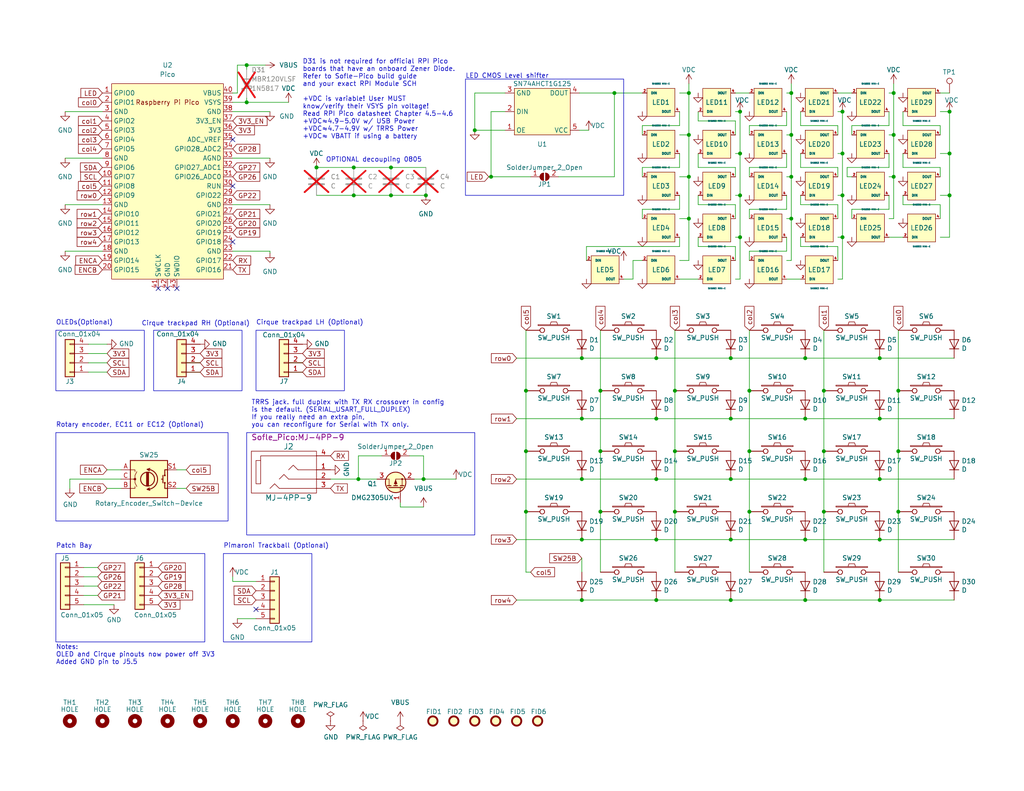
<source format=kicad_sch>
(kicad_sch (version 20230121) (generator eeschema)
  (paper "A")
  (title_block (title "Sofle Pico") (date "2023-12-18") (rev "v3.5.2") (comment 1 "https://github.com/josefadamcik/SofleKeyboard") (comment 2 "Based on the Sofle by Josef Adamcik") (comment 3 "https://github.com/JellyTitan") (comment 4 "Designed by Ryan Neff"))
  (junction (at 179.07 163.83))
  (junction (at 229.87 64.77))
  (junction (at 106.68 53.34))
  (junction (at 163.83 123.19))
  (junction (at 204.47 123.19))
  (junction (at 133.985 48.26))
  (junction (at 215.9 59.69))
  (junction (at 259.08 30.48))
  (junction (at 240.03 114.3))
  (junction (at 143.51 139.7))
  (junction (at 229.87 53.34))
  (junction (at 224.79 106.68))
  (junction (at 199.39 147.32))
  (junction (at 219.71 130.81))
  (junction (at 116.205 53.34))
  (junction (at 143.51 106.68))
  (junction (at 179.07 130.81))
  (junction (at 245.11 106.68))
  (junction (at 179.07 114.3))
  (junction (at 179.07 97.79))
  (junction (at 243.84 36.83))
  (junction (at 224.79 123.19))
  (junction (at 215.9 36.83))
  (junction (at 187.96 48.26))
  (junction (at 96.52 45.72))
  (junction (at 240.03 130.81))
  (junction (at 243.84 48.26))
  (junction (at 219.71 163.83))
  (junction (at 215.9 48.26))
  (junction (at 167.64 25.4))
  (junction (at 184.15 139.7))
  (junction (at 86.36 45.72))
  (junction (at 158.75 97.79))
  (junction (at 201.93 53.34))
  (junction (at 240.03 163.83))
  (junction (at 240.03 97.79))
  (junction (at 199.39 130.81))
  (junction (at 259.08 41.91))
  (junction (at 158.75 130.81))
  (junction (at 245.11 123.19))
  (junction (at 187.96 59.69))
  (junction (at 163.83 139.7))
  (junction (at 187.96 36.83))
  (junction (at 106.68 45.72))
  (junction (at 199.39 114.3))
  (junction (at 201.93 30.48))
  (junction (at 201.93 41.91))
  (junction (at 259.08 53.34))
  (junction (at 184.15 123.19))
  (junction (at 67.31 27.94))
  (junction (at 204.47 106.68))
  (junction (at 243.84 25.4))
  (junction (at 199.39 97.79))
  (junction (at 158.75 147.32))
  (junction (at 163.83 106.68))
  (junction (at 201.93 64.77))
  (junction (at 115.57 130.81))
  (junction (at 229.87 41.91))
  (junction (at 129.54 35.56))
  (junction (at 97.79 130.81))
  (junction (at 179.07 147.32))
  (junction (at 158.75 163.83))
  (junction (at 199.39 163.83))
  (junction (at 96.52 53.34))
  (junction (at 219.71 147.32))
  (junction (at 219.71 114.3))
  (junction (at 187.96 25.4))
  (junction (at 215.9 25.4))
  (junction (at 224.79 139.7))
  (junction (at 158.75 114.3))
  (junction (at 204.47 139.7))
  (junction (at 240.03 147.32))
  (junction (at 229.87 30.48))
  (junction (at 245.11 139.7))
  (junction (at 219.71 97.79))
  (junction (at 67.31 17.78))
  (junction (at 143.51 123.19))
  (junction (at 184.15 106.68))
  (no_connect (at 63.5 50.8))
  (no_connect (at 63.5 38.1))
  (no_connect (at 45.72 78.74))
  (no_connect (at 63.5 66.04))
  (no_connect (at 43.18 78.74))
  (no_connect (at 69.85 166.37))
  (no_connect (at 48.26 78.74))
  (wire (pts (xy 214.63 76.2) (xy 218.44 76.2)))
  (wire (pts (xy 200.66 25.4) (xy 204.47 25.4)))
  (wire (pts (xy 259.08 53.34) (xy 259.08 41.91)))
  (wire (pts (xy 133.985 48.26) (xy 144.78 48.26)))
  (wire (pts (xy 158.75 130.81) (xy 140.97 130.81)))
  (wire (pts (xy 240.03 147.32) (xy 260.35 147.32)))
  (wire (pts (xy 259.08 41.91) (xy 259.08 30.48)))
  (wire (pts (xy 185.42 71.12) (xy 187.96 71.12)))
  (wire (pts (xy 232.41 57.15) (xy 232.41 59.69)))
  (wire (pts (xy 215.9 36.83) (xy 214.63 36.83)))
  (wire (pts (xy 67.31 17.78) (xy 72.39 17.78)))
  (wire (pts (xy 228.6 25.4) (xy 232.41 25.4)))
  (wire (pts (xy 242.57 41.91) (xy 242.57 45.72)))
  (wire (pts (xy 214.63 68.58) (xy 204.47 68.58)))
  (wire (pts (xy 179.07 130.81) (xy 158.75 130.81)))
  (wire (pts (xy 215.9 59.69) (xy 215.9 71.12)))
  (wire (pts (xy 228.6 45.72) (xy 218.44 45.72)))
  (wire (pts (xy 63.5 27.94) (xy 67.31 27.94)))
  (wire (pts (xy 163.83 106.68) (xy 163.83 123.19)))
  (wire (pts (xy 158.75 114.3) (xy 140.97 114.3)))
  (wire (pts (xy 231.14 45.72) (xy 231.14 48.26)))
  (wire (pts (xy 158.75 147.32) (xy 140.97 147.32)))
  (wire (pts (xy 243.84 36.83) (xy 242.57 36.83)))
  (wire (pts (xy 246.38 34.29) (xy 246.38 30.48)))
  (wire (pts (xy 215.9 22.86) (xy 215.9 25.4)))
  (wire (pts (xy 24.13 99.06) (xy 29.21 99.06)))
  (wire (pts (xy 200.66 67.31) (xy 190.5 67.31)))
  (wire (pts (xy 133.985 30.48) (xy 133.985 48.26)))
  (wire (pts (xy 218.44 55.88) (xy 218.44 53.34)))
  (wire (pts (xy 78.74 101.6) (xy 82.55 101.6)))
  (wire (pts (xy 185.42 41.91) (xy 185.42 45.72)))
  (wire (pts (xy 243.84 48.26) (xy 243.84 59.69)))
  (wire (pts (xy 115.57 130.81) (xy 124.46 130.81)))
  (wire (pts (xy 229.87 41.91) (xy 229.87 53.34)))
  (wire (pts (xy 172.72 76.2) (xy 172.72 71.12)))
  (wire (pts (xy 48.26 133.35) (xy 50.8 133.35)))
  (wire (pts (xy 63.5 43.18) (xy 73.66 43.18)))
  (wire (pts (xy 17.78 68.58) (xy 27.94 68.58)))
  (wire (pts (xy 187.96 48.26) (xy 187.96 36.83)))
  (wire (pts (xy 243.84 25.4) (xy 242.57 25.4)))
  (wire (pts (xy 96.52 45.72) (xy 106.68 45.72)))
  (wire (pts (xy 73.66 30.48) (xy 63.5 30.48)))
  (wire (pts (xy 204.47 57.15) (xy 204.47 59.69)))
  (wire (pts (xy 185.42 57.15) (xy 175.26 57.15)))
  (wire (pts (xy 185.42 76.2) (xy 190.5 76.2)))
  (wire (pts (xy 228.6 30.48) (xy 229.87 30.48)))
  (wire (pts (xy 245.11 139.7) (xy 245.11 156.21)))
  (wire (pts (xy 240.03 163.83) (xy 260.35 163.83)))
  (wire (pts (xy 215.9 25.4) (xy 214.63 25.4)))
  (wire (pts (xy 215.9 25.4) (xy 215.9 36.83)))
  (wire (pts (xy 229.87 76.2) (xy 228.6 76.2)))
  (wire (pts (xy 187.96 59.69) (xy 187.96 71.12)))
  (wire (pts (xy 256.54 45.72) (xy 246.38 45.72)))
  (wire (pts (xy 184.15 106.68) (xy 184.15 123.19)))
  (wire (pts (xy 228.6 59.69) (xy 228.6 55.88)))
  (wire (pts (xy 245.11 123.19) (xy 245.11 106.68)))
  (wire (pts (xy 199.39 147.32) (xy 219.71 147.32)))
  (wire (pts (xy 17.78 43.18) (xy 27.94 43.18)))
  (wire (pts (xy 113.03 130.81) (xy 115.57 130.81)))
  (wire (pts (xy 33.02 130.81) (xy 19.05 130.81)))
  (wire (pts (xy 218.44 67.31) (xy 218.44 64.77)))
  (wire (pts (xy 129.54 25.4) (xy 137.795 25.4)))
  (wire (pts (xy 214.63 57.15) (xy 204.47 57.15)))
  (wire (pts (xy 185.42 30.48) (xy 185.42 34.29)))
  (wire (pts (xy 185.42 34.29) (xy 175.26 34.29)))
  (wire (pts (xy 175.26 34.29) (xy 175.26 36.83)))
  (wire (pts (xy 219.71 147.32) (xy 240.03 147.32)))
  (wire (pts (xy 158.115 35.56) (xy 160.655 35.56)))
  (wire (pts (xy 256.54 55.88) (xy 246.38 55.88)))
  (wire (pts (xy 224.79 90.17) (xy 224.79 106.68)))
  (wire (pts (xy 50.8 101.6) (xy 54.61 101.6)))
  (wire (pts (xy 200.66 71.12) (xy 200.66 67.31)))
  (wire (pts (xy 214.63 53.34) (xy 214.63 57.15)))
  (wire (pts (xy 240.03 97.79) (xy 219.71 97.79)))
  (wire (pts (xy 184.15 90.17) (xy 184.15 106.68)))
  (wire (pts (xy 231.14 48.26) (xy 232.41 48.26)))
  (wire (pts (xy 200.66 48.26) (xy 200.66 45.72)))
  (wire (pts (xy 187.96 36.83) (xy 185.42 36.83)))
  (wire (pts (xy 242.57 45.72) (xy 231.14 45.72)))
  (wire (pts (xy 90.17 130.81) (xy 97.79 130.81)))
  (wire (pts (xy 243.84 36.83) (xy 243.84 25.4)))
  (wire (pts (xy 259.08 53.34) (xy 256.54 53.34)))
  (wire (pts (xy 200.66 59.69) (xy 200.66 55.88)))
  (wire (pts (xy 63.5 158.75) (xy 69.85 158.75)))
  (wire (pts (xy 167.64 25.4) (xy 175.26 25.4)))
  (wire (pts (xy 199.39 130.81) (xy 219.71 130.81)))
  (wire (pts (xy 256.54 64.77) (xy 259.08 64.77)))
  (wire (pts (xy 215.9 36.83) (xy 215.9 48.26)))
  (wire (pts (xy 64.77 17.78) (xy 67.31 17.78)))
  (wire (pts (xy 179.07 97.79) (xy 158.75 97.79)))
  (wire (pts (xy 22.86 165.1) (xy 31.115 165.1)))
  (wire (pts (xy 204.47 139.7) (xy 204.47 156.21)))
  (wire (pts (xy 158.115 25.4) (xy 167.64 25.4)))
  (wire (pts (xy 256.54 25.4) (xy 259.08 25.4)))
  (wire (pts (xy 175.26 45.72) (xy 175.26 48.26)))
  (wire (pts (xy 214.63 41.91) (xy 214.63 45.72)))
  (wire (pts (xy 190.5 33.02) (xy 190.5 30.48)))
  (wire (pts (xy 259.08 64.77) (xy 259.08 53.34)))
  (wire (pts (xy 29.21 101.6) (xy 24.13 101.6)))
  (wire (pts (xy 104.14 124.46) (xy 97.79 124.46)))
  (wire (pts (xy 175.26 57.15) (xy 175.26 59.69)))
  (wire (pts (xy 185.42 64.77) (xy 185.42 67.31)))
  (wire (pts (xy 137.795 30.48) (xy 133.985 30.48)))
  (wire (pts (xy 201.93 64.77) (xy 201.93 53.34)))
  (wire (pts (xy 26.67 160.02) (xy 22.86 160.02)))
  (wire (pts (xy 190.5 55.88) (xy 190.5 53.34)))
  (wire (pts (xy 158.75 152.4) (xy 158.75 156.21)))
  (wire (pts (xy 201.93 41.91) (xy 200.66 41.91)))
  (wire (pts (xy 179.07 97.79) (xy 199.39 97.79)))
  (wire (pts (xy 187.96 48.26) (xy 187.96 59.69)))
  (wire (pts (xy 201.93 64.77) (xy 200.66 64.77)))
  (wire (pts (xy 200.66 36.83) (xy 200.66 33.02)))
  (wire (pts (xy 214.63 64.77) (xy 214.63 68.58)))
  (wire (pts (xy 187.96 25.4) (xy 185.42 25.4)))
  (wire (pts (xy 185.42 45.72) (xy 175.26 45.72)))
  (wire (pts (xy 214.63 71.12) (xy 215.9 71.12)))
  (wire (pts (xy 228.6 34.29) (xy 218.44 34.29)))
  (wire (pts (xy 229.87 53.34) (xy 228.6 53.34)))
  (wire (pts (xy 185.42 48.26) (xy 187.96 48.26)))
  (wire (pts (xy 242.57 30.48) (xy 242.57 34.29)))
  (wire (pts (xy 214.63 30.48) (xy 214.63 34.29)))
  (wire (pts (xy 17.78 55.88) (xy 27.94 55.88)))
  (wire (pts (xy 228.6 36.83) (xy 228.6 34.29)))
  (wire (pts (xy 152.4 48.26) (xy 167.64 48.26)))
  (wire (pts (xy 215.9 48.26) (xy 214.63 48.26)))
  (wire (pts (xy 187.96 59.69) (xy 185.42 59.69)))
  (wire (pts (xy 229.87 64.77) (xy 229.87 76.2)))
  (wire (pts (xy 184.15 123.19) (xy 184.15 139.7)))
  (wire (pts (xy 133.985 48.26) (xy 133.35 48.26)))
  (wire (pts (xy 224.79 139.7) (xy 224.79 156.21)))
  (wire (pts (xy 256.54 59.69) (xy 256.54 55.88)))
  (wire (pts (xy 246.38 45.72) (xy 246.38 41.91)))
  (wire (pts (xy 29.21 133.35) (xy 33.02 133.35)))
  (wire (pts (xy 179.07 114.3) (xy 199.39 114.3)))
  (wire (pts (xy 67.31 27.94) (xy 78.74 27.94)))
  (wire (pts (xy 158.75 163.83) (xy 179.07 163.83)))
  (wire (pts (xy 240.03 114.3) (xy 260.35 114.3)))
  (wire (pts (xy 256.54 48.26) (xy 256.54 45.72)))
  (wire (pts (xy 143.51 139.7) (xy 143.51 156.21)))
  (wire (pts (xy 218.44 45.72) (xy 218.44 41.91)))
  (wire (pts (xy 201.93 30.48) (xy 200.66 30.48)))
  (wire (pts (xy 219.71 130.81) (xy 240.03 130.81)))
  (wire (pts (xy 242.57 57.15) (xy 232.41 57.15)))
  (wire (pts (xy 50.8 99.06) (xy 54.61 99.06)))
  (wire (pts (xy 26.67 154.94) (xy 22.86 154.94)))
  (wire (pts (xy 187.96 22.86) (xy 187.96 25.4)))
  (wire (pts (xy 232.41 34.29) (xy 232.41 36.83)))
  (wire (pts (xy 242.57 59.69) (xy 243.84 59.69)))
  (wire (pts (xy 219.71 114.3) (xy 240.03 114.3)))
  (wire (pts (xy 204.47 68.58) (xy 204.47 71.12)))
  (wire (pts (xy 214.63 34.29) (xy 204.47 34.29)))
  (wire (pts (xy 172.72 71.12) (xy 175.26 71.12)))
  (wire (pts (xy 224.79 106.68) (xy 224.79 123.19)))
  (wire (pts (xy 204.47 123.19) (xy 204.47 139.7)))
  (wire (pts (xy 26.67 162.56) (xy 22.86 162.56)))
  (wire (pts (xy 48.26 128.27) (xy 50.8 128.27)))
  (wire (pts (xy 143.51 123.19) (xy 143.51 139.7)))
  (wire (pts (xy 242.57 64.77) (xy 246.38 64.77)))
  (wire (pts (xy 229.87 30.48) (xy 229.87 41.91)))
  (wire (pts (xy 204.47 106.68) (xy 204.47 123.19)))
  (wire (pts (xy 200.66 55.88) (xy 190.5 55.88)))
  (wire (pts (xy 201.93 53.34) (xy 200.66 53.34)))
  (wire (pts (xy 204.47 90.17) (xy 204.47 106.68)))
  (wire (pts (xy 187.96 36.83) (xy 187.96 25.4)))
  (wire (pts (xy 228.6 71.12) (xy 228.6 67.31)))
  (wire (pts (xy 106.68 45.72) (xy 116.205 45.72)))
  (wire (pts (xy 243.84 22.86) (xy 243.84 25.4)))
  (wire (pts (xy 163.83 90.17) (xy 163.83 106.68)))
  (wire (pts (xy 199.39 114.3) (xy 219.71 114.3)))
  (wire (pts (xy 106.68 53.34) (xy 116.205 53.34)))
  (wire (pts (xy 97.79 130.81) (xy 102.87 130.81)))
  (wire (pts (xy 240.03 130.81) (xy 260.35 130.81)))
  (wire (pts (xy 17.78 30.48) (xy 27.94 30.48)))
  (wire (pts (xy 96.52 53.34) (xy 106.68 53.34)))
  (wire (pts (xy 218.44 34.29) (xy 218.44 30.48)))
  (wire (pts (xy 86.36 53.34) (xy 96.52 53.34)))
  (wire (pts (xy 170.18 76.2) (xy 172.72 76.2)))
  (wire (pts (xy 111.76 124.46) (xy 115.57 124.46)))
  (wire (pts (xy 67.31 26.67) (xy 67.31 27.94)))
  (wire (pts (xy 179.07 147.32) (xy 158.75 147.32)))
  (wire (pts (xy 204.47 45.72) (xy 204.47 48.26)))
  (wire (pts (xy 163.83 139.7) (xy 163.83 156.21)))
  (wire (pts (xy 201.93 76.2) (xy 201.93 64.77)))
  (wire (pts (xy 200.66 45.72) (xy 190.5 45.72)))
  (wire (pts (xy 199.39 163.83) (xy 219.71 163.83)))
  (wire (pts (xy 190.5 45.72) (xy 190.5 41.91)))
  (wire (pts (xy 246.38 55.88) (xy 246.38 53.34)))
  (wire (pts (xy 185.42 53.34) (xy 185.42 57.15)))
  (wire (pts (xy 143.51 106.68) (xy 143.51 123.19)))
  (wire (pts (xy 64.77 25.4) (xy 64.77 17.78)))
  (wire (pts (xy 243.84 48.26) (xy 243.84 36.83)))
  (wire (pts (xy 86.36 45.72) (xy 96.52 45.72)))
  (wire (pts (xy 26.67 157.48) (xy 22.86 157.48)))
  (wire (pts (xy 63.5 68.58) (xy 73.66 68.58)))
  (wire (pts (xy 115.57 124.46) (xy 115.57 130.81)))
  (wire (pts (xy 229.87 64.77) (xy 228.6 64.77)))
  (wire (pts (xy 24.13 93.98) (xy 29.21 93.98)))
  (wire (pts (xy 228.6 48.26) (xy 228.6 45.72)))
  (wire (pts (xy 201.93 53.34) (xy 201.93 41.91)))
  (wire (pts (xy 201.93 41.91) (xy 201.93 30.48)))
  (wire (pts (xy 185.42 67.31) (xy 160.02 67.31)))
  (wire (pts (xy 109.22 138.43) (xy 109.22 137.16)))
  (wire (pts (xy 259.08 30.48) (xy 256.54 30.48)))
  (wire (pts (xy 228.6 55.88) (xy 218.44 55.88)))
  (wire (pts (xy 73.66 68.58) (xy 73.66 69.088)))
  (wire (pts (xy 63.5 25.4) (xy 64.77 25.4)))
  (wire (pts (xy 219.71 163.83) (xy 240.03 163.83)))
  (wire (pts (xy 256.54 34.29) (xy 246.38 34.29)))
  (wire (pts (xy 115.57 138.43) (xy 109.22 138.43)))
  (wire (pts (xy 184.15 139.7) (xy 184.15 156.21)))
  (wire (pts (xy 214.63 59.69) (xy 215.9 59.69)))
  (wire (pts (xy 179.07 163.83) (xy 199.39 163.83)))
  (wire (pts (xy 160.02 67.31) (xy 160.02 71.12)))
  (wire (pts (xy 256.54 36.83) (xy 256.54 34.29)))
  (wire (pts (xy 259.08 41.91) (xy 256.54 41.91)))
  (wire (pts (xy 179.07 147.32) (xy 199.39 147.32)))
  (wire (pts (xy 64.77 168.91) (xy 69.85 168.91)))
  (wire (pts (xy 242.57 34.29) (xy 232.41 34.29)))
  (wire (pts (xy 143.51 90.17) (xy 143.51 106.68)))
  (wire (pts (xy 63.5 55.88) (xy 73.66 55.88)))
  (wire (pts (xy 240.03 97.79) (xy 260.35 97.79)))
  (wire (pts (xy 243.84 48.26) (xy 242.57 48.26)))
  (wire (pts (xy 78.74 99.06) (xy 82.55 99.06)))
  (wire (pts (xy 179.07 130.81) (xy 199.39 130.81)))
  (wire (pts (xy 129.54 35.56) (xy 137.795 35.56)))
  (wire (pts (xy 163.83 123.19) (xy 163.83 139.7)))
  (wire (pts (xy 215.9 59.69) (xy 215.9 48.26)))
  (wire (pts (xy 229.87 53.34) (xy 229.87 64.77)))
  (wire (pts (xy 199.39 97.79) (xy 219.71 97.79)))
  (wire (pts (xy 167.64 25.4) (xy 167.64 48.26)))
  (wire (pts (xy 224.79 123.19) (xy 224.79 139.7)))
  (wire (pts (xy 97.79 124.46) (xy 97.79 130.81)))
  (wire (pts (xy 129.54 35.56) (xy 129.54 25.4)))
  (wire (pts (xy 140.97 163.83) (xy 158.75 163.83)))
  (wire (pts (xy 204.47 34.29) (xy 204.47 36.83)))
  (wire (pts (xy 29.21 128.27) (xy 33.02 128.27)))
  (wire (pts (xy 200.66 76.2) (xy 201.93 76.2)))
  (wire (pts (xy 19.05 130.81) (xy 19.05 133.35)))
  (wire (pts (xy 143.51 156.21) (xy 144.78 156.21)))
  (wire (pts (xy 245.11 106.68) (xy 245.11 90.17)))
  (wire (pts (xy 67.31 17.78) (xy 67.31 19.05)))
  (wire (pts (xy 24.13 96.52) (xy 29.21 96.52)))
  (wire (pts (xy 214.63 45.72) (xy 204.47 45.72)))
  (wire (pts (xy 228.6 41.91) (xy 229.87 41.91)))
  (wire (pts (xy 179.07 114.3) (xy 158.75 114.3)))
  (wire (pts (xy 190.5 67.31) (xy 190.5 64.77)))
  (wire (pts (xy 245.11 123.19) (xy 245.11 139.7)))
  (wire (pts (xy 242.57 53.34) (xy 242.57 57.15)))
  (wire (pts (xy 200.66 33.02) (xy 190.5 33.02)))
  (wire (pts (xy 63.5 157.48) (xy 63.5 158.75)))
  (wire (pts (xy 228.6 67.31) (xy 218.44 67.31)))
  (wire (pts (xy 158.75 97.79) (xy 140.97 97.79)))
  (rectangle (start 15.24 90.17) (end 39.37 106.68))
  (rectangle (start 41.91 90.17) (end 66.04 106.68))
  (rectangle (start 127 21.59) (end 170.18 53.34))
  (rectangle (start 15.24 118.11) (end 62.23 142.24))
  (rectangle (start 67.31 118.11) (end 129.54 146.05))
  (rectangle (start 69.85 90.17) (end 93.98 106.68))
  (rectangle (start 15.24 151.13) (end 55.88 175.26))
  (rectangle (start 60.96 151.13) (end 85.09 175.26))
  (text "Cirque trackpad RH (Optional)\n" (at 38.608 89.154 0) (effects (font (size 1.27 1.27)) (justify left bottom)))
  (text "TRRS jack. full duplex with TX RX crossover in config \nis the default. (SERIAL_USART_FULL_DUPLEX)\nIf you really need an extra pin, \nyou can reconfigure for Serial with TX only." (at 68.58 116.84 0) (effects (font (size 1.27 1.27)) (justify left bottom)))
  (text "Pimaroni Trackball (Optional)\n" (at 60.96 149.86 0) (effects (font (size 1.27 1.27)) (justify left bottom)))
  (text "Rotary encoder, EC11 or EC12 (Optional)\n" (at 15.24 116.84 0) (effects (font (size 1.27 1.27)) (justify left bottom)))
  (text "D31 is not required for official RPI Pico \nboards that have an onboard Zener Diode.\nRefer to Sofle-Pico build guide \nand your exact RPI Module SCH \n\n+VDC is variable! User MUST\nknow/verify their VSYS pin voltage!\nRead RPI Pico datasheet Chapter 4.5-4.6\n+VDC≈4.9-5.0V w/ USB Power\n+VDC≈4.7-4.9V w/ TRRS Power\n+VDC≈ VBATT if using a battery" (at 82.55 38.1 0) (effects (font (size 1.27 1.27)) (justify left bottom)))
  (text "LED CMOS Level shifter" (at 127 21.59 0) (effects (font (size 1.27 1.27)) (justify left bottom)))
  (text "OLEDs(Optional)\n" (at 15.24 88.9 0) (effects (font (size 1.27 1.27)) (justify left bottom)))
  (text "Patch Bay" (at 15.24 149.86 0) (effects (font (size 1.27 1.27)) (justify left bottom)))
  (text "Cirque trackpad LH (Optional)\n" (at 69.85 88.9 0) (effects (font (size 1.27 1.27)) (justify left bottom)))
  (text "OPTIONAL decoupling 0805\n" (at 88.9 44.45 0) (effects (font (size 1.27 1.27)) (justify left bottom)))
  (text "Notes:\nOLED and Cirque pinouts now power off 3V3 \nAdded GND pin to J5.5  " (at 15.24 181.61 0) (effects (font (size 1.27 1.27)) (justify left bottom)))
  (global_label "SDA" (shape input) (at 29.21 101.6 0) (property "Intersheetrefs" "${INTERSHEET_REFS}" (effects hide)))
  (global_label "SCL" (shape input) (at 29.21 99.06 0) (property "Intersheetrefs" "${INTERSHEET_REFS}" (effects hide)))
  (global_label "SCL" (shape input) (at 54.61 99.06 0) (property "Intersheetrefs" "${INTERSHEET_REFS}" (effects hide)))
  (global_label "GP21" (shape input) (at 63.5 58.42 0) (property "Intersheetrefs" "${INTERSHEET_REFS}" (effects hide)))
  (global_label "ENCA" (shape input) (at 27.94 71.12 180) (property "Intersheetrefs" "${INTERSHEET_REFS}" (effects hide)))
  (global_label "GP21" (shape input) (at 26.67 162.56 0) (property "Intersheetrefs" "${INTERSHEET_REFS}" (effects hide)))
  (global_label "row2" (shape input) (at 140.97 130.81 180) (property "Intersheetrefs" "${INTERSHEET_REFS}" (effects hide)))
  (global_label "col0" (shape input) (at 245.11 90.17 90) (property "Intersheetrefs" "${INTERSHEET_REFS}" (effects hide)))
  (global_label "GP22" (shape input) (at 63.5 53.34 0) (property "Intersheetrefs" "${INTERSHEET_REFS}" (effects hide)))
  (global_label "GP26" (shape input) (at 26.67 157.48 0) (property "Intersheetrefs" "${INTERSHEET_REFS}" (effects hide)))
  (global_label "ENCB" (shape input) (at 27.94 73.66 180) (property "Intersheetrefs" "${INTERSHEET_REFS}" (effects hide)))
  (global_label "TX" (shape input) (at 90.17 133.35 0) (property "Intersheetrefs" "${INTERSHEET_REFS}" (effects hide)))
  (global_label "RX" (shape input) (at 63.5 71.12 0) (property "Intersheetrefs" "${INTERSHEET_REFS}" (effects hide)))
  (global_label "SDA" (shape input) (at 82.55 101.6 0) (property "Intersheetrefs" "${INTERSHEET_REFS}" (effects hide)))
  (global_label "SDA" (shape input) (at 54.61 101.6 0) (property "Intersheetrefs" "${INTERSHEET_REFS}" (effects hide)))
  (global_label "ENCB" (shape input) (at 29.21 133.35 180) (property "Intersheetrefs" "${INTERSHEET_REFS}" (effects hide)))
  (global_label "row4" (shape input) (at 140.97 163.83 180) (property "Intersheetrefs" "${INTERSHEET_REFS}" (effects hide)))
  (global_label "row0" (shape input) (at 140.97 97.79 180) (property "Intersheetrefs" "${INTERSHEET_REFS}" (effects hide)))
  (global_label "col4" (shape input) (at 163.83 90.17 90) (property "Intersheetrefs" "${INTERSHEET_REFS}" (effects hide)))
  (global_label "LED" (shape input) (at 133.35 48.26 180) (property "Intersheetrefs" "${INTERSHEET_REFS}" (effects hide)))
  (global_label "col4" (shape input) (at 27.94 40.64 180) (property "Intersheetrefs" "${INTERSHEET_REFS}" (effects hide)))
  (global_label "SCL" (shape input) (at 69.85 163.83 180) (property "Intersheetrefs" "${INTERSHEET_REFS}" (effects hide)))
  (global_label "col2" (shape input) (at 204.47 90.17 90) (property "Intersheetrefs" "${INTERSHEET_REFS}" (effects hide)))
  (global_label "LED" (shape input) (at 27.94 25.4 180) (property "Intersheetrefs" "${INTERSHEET_REFS}" (effects hide)))
  (global_label "GP27" (shape input) (at 63.5 45.72 0) (property "Intersheetrefs" "${INTERSHEET_REFS}" (effects hide)))
  (global_label "col5" (shape input) (at 27.94 50.8 180) (property "Intersheetrefs" "${INTERSHEET_REFS}" (effects hide)))
  (global_label "row4" (shape input) (at 27.94 66.04 180) (property "Intersheetrefs" "${INTERSHEET_REFS}" (effects hide)))
  (global_label "SDA" (shape input) (at 69.85 161.29 180) (property "Intersheetrefs" "${INTERSHEET_REFS}" (effects hide)))
  (global_label "GP19" (shape input) (at 43.18 157.48 0) (property "Intersheetrefs" "${INTERSHEET_REFS}" (effects hide)))
  (global_label "GP27" (shape input) (at 26.67 154.94 0) (property "Intersheetrefs" "${INTERSHEET_REFS}" (effects hide)))
  (global_label "row3" (shape input) (at 140.97 147.32 180) (property "Intersheetrefs" "${INTERSHEET_REFS}" (effects hide)))
  (global_label "SCL" (shape input) (at 82.55 99.06 0) (property "Intersheetrefs" "${INTERSHEET_REFS}" (effects hide)))
  (global_label "col5" (shape input) (at 143.51 90.17 90) (property "Intersheetrefs" "${INTERSHEET_REFS}" (effects hide)))
  (global_label "col3" (shape input) (at 27.94 38.1 180) (property "Intersheetrefs" "${INTERSHEET_REFS}" (effects hide)))
  (global_label "row1" (shape input) (at 27.94 58.42 180) (property "Intersheetrefs" "${INTERSHEET_REFS}" (effects hide)))
  (global_label "3V3" (shape input) (at 43.18 165.1 0) (property "Intersheetrefs" "${INTERSHEET_REFS}" (effects hide)))
  (global_label "GP22" (shape input) (at 26.67 160.02 0) (property "Intersheetrefs" "${INTERSHEET_REFS}" (effects hide)))
  (global_label "GP20" (shape input) (at 43.18 154.94 0) (property "Intersheetrefs" "${INTERSHEET_REFS}" (effects hide)))
  (global_label "GP26" (shape input) (at 63.5 48.26 0) (property "Intersheetrefs" "${INTERSHEET_REFS}" (effects hide)))
  (global_label "col1" (shape input) (at 27.94 33.02 180) (property "Intersheetrefs" "${INTERSHEET_REFS}" (effects hide)))
  (global_label "3V3" (shape input) (at 63.5 35.56 0) (property "Intersheetrefs" "${INTERSHEET_REFS}" (effects hide)))
  (global_label "ENCA" (shape input) (at 29.21 128.27 180) (property "Intersheetrefs" "${INTERSHEET_REFS}" (effects hide)))
  (global_label "SW25B" (shape input) (at 158.75 152.4 180) (property "Intersheetrefs" "${INTERSHEET_REFS}" (effects hide)))
  (global_label "3V3" (shape input) (at 82.55 96.52 0) (property "Intersheetrefs" "${INTERSHEET_REFS}" (effects hide)))
  (global_label "TX" (shape input) (at 63.5 73.66 0) (property "Intersheetrefs" "${INTERSHEET_REFS}" (effects hide)))
  (global_label "row3" (shape input) (at 27.94 63.5 180) (property "Intersheetrefs" "${INTERSHEET_REFS}" (effects hide)))
  (global_label "row0" (shape input) (at 27.94 53.34 180) (property "Intersheetrefs" "${INTERSHEET_REFS}" (effects hide)))
  (global_label "col0" (shape input) (at 27.94 27.94 180) (property "Intersheetrefs" "${INTERSHEET_REFS}" (effects hide)))
  (global_label "col5" (shape input) (at 144.78 156.21 0) (property "Intersheetrefs" "${INTERSHEET_REFS}" (effects hide)))
  (global_label "SDA" (shape input) (at 27.94 45.72 180) (property "Intersheetrefs" "${INTERSHEET_REFS}" (effects hide)))
  (global_label "GP19" (shape input) (at 63.5 63.5 0) (property "Intersheetrefs" "${INTERSHEET_REFS}" (effects hide)))
  (global_label "3V3" (shape input) (at 54.61 96.52 0) (property "Intersheetrefs" "${INTERSHEET_REFS}" (effects hide)))
  (global_label "col3" (shape input) (at 184.15 90.17 90) (property "Intersheetrefs" "${INTERSHEET_REFS}" (effects hide)))
  (global_label "GP20" (shape input) (at 63.5 60.96 0) (property "Intersheetrefs" "${INTERSHEET_REFS}" (effects hide)))
  (global_label "col2" (shape input) (at 27.94 35.56 180) (property "Intersheetrefs" "${INTERSHEET_REFS}" (effects hide)))
  (global_label "SW25B" (shape input) (at 50.8 133.35 0) (property "Intersheetrefs" "${INTERSHEET_REFS}" (effects hide)))
  (global_label "row1" (shape input) (at 140.97 114.3 180) (property "Intersheetrefs" "${INTERSHEET_REFS}" (effects hide)))
  (global_label "3V3_EN" (shape input) (at 63.5 33.02 0) (property "Intersheetrefs" "${INTERSHEET_REFS}" (effects hide)))
  (global_label "row2" (shape input) (at 27.94 60.96 180) (property "Intersheetrefs" "${INTERSHEET_REFS}" (effects hide)))
  (global_label "GP28" (shape input) (at 63.5 40.64 0) (property "Intersheetrefs" "${INTERSHEET_REFS}" (effects hide)))
  (global_label "3V3_EN" (shape input) (at 43.18 162.56 0) (property "Intersheetrefs" "${INTERSHEET_REFS}" (effects hide)))
  (global_label "col5" (shape input) (at 50.8 128.27 0) (property "Intersheetrefs" "${INTERSHEET_REFS}" (effects hide)))
  (global_label "RX" (shape input) (at 90.17 124.46 0) (property "Intersheetrefs" "${INTERSHEET_REFS}" (effects hide)))
  (global_label "GP28" (shape input) (at 43.18 160.02 0) (property "Intersheetrefs" "${INTERSHEET_REFS}" (effects hide)))
  (global_label "col1" (shape input) (at 224.79 90.17 90) (property "Intersheetrefs" "${INTERSHEET_REFS}" (effects hide)))
  (global_label "3V3" (shape input) (at 29.21 96.52 0) (property "Intersheetrefs" "${INTERSHEET_REFS}" (effects hide)))
  (global_label "SCL" (shape input) (at 27.94 48.26 180) (property "Intersheetrefs" "${INTERSHEET_REFS}" (effects hide)))
  (symbol (lib_id "Sofle_Pico:SW_PUSH") (at 151.13 90.17 0) (unit 1)
    (property "Reference" "SW1" (at 151.13 86.36 0))
    (property "Value" "SW_PUSH" (at 151.13 92.202 0))
    (property "Footprint" "Sofle_Pico:Cherry_MX_DS_Hotswap_v3.5.4" (effects hide))
  )
  (symbol (lib_id "SofleKeyboard-rescue:D-Lily58-cache-Lily58_Pro-rescue") (at 158.75 93.98 90) (unit 1)
    (property "Reference" "D1" (at 160.7566 92.8116 90) (effects (justify right)))
    (property "Value" "D" (at 160.7566 95.123 90) (effects (justify right)))
    (property "Footprint" "Sofle_Pico:D_SOD-123_DO-35_Hybrid_DoubleSided_V2" (effects hide))
  )
  (symbol (lib_id "Sofle_Pico:SW_PUSH") (at 171.45 90.17 0) (unit 1)
    (property "Reference" "SW2" (at 171.45 86.36 0))
    (property "Value" "SW_PUSH" (at 171.45 92.202 0))
    (property "Footprint" "Sofle_Pico:Cherry_MX_DS_Hotswap_v3.5.4" (effects hide))
  )
  (symbol (lib_id "SofleKeyboard-rescue:D-Lily58-cache-Lily58_Pro-rescue") (at 179.07 93.98 90) (unit 1)
    (property "Reference" "D2" (at 181.0766 92.8116 90) (effects (justify right)))
    (property "Value" "D" (at 181.0766 95.123 90) (effects (justify right)))
    (property "Footprint" "Sofle_Pico:D_SOD-123_DO-35_Hybrid_DoubleSided_V2" (effects hide))
  )
  (symbol (lib_id "Sofle_Pico:SW_PUSH") (at 191.77 90.17 0) (unit 1)
    (property "Reference" "SW3" (at 191.77 86.36 0))
    (property "Value" "SW_PUSH" (at 191.77 92.202 0))
    (property "Footprint" "Sofle_Pico:Cherry_MX_DS_Hotswap_v3.5.4" (effects hide))
  )
  (symbol (lib_id "SofleKeyboard-rescue:D-Lily58-cache-Lily58_Pro-rescue") (at 199.39 93.98 90) (unit 1)
    (property "Reference" "D3" (at 201.3966 92.8116 90) (effects (justify right)))
    (property "Value" "D" (at 201.3966 95.123 90) (effects (justify right)))
    (property "Footprint" "Sofle_Pico:D_SOD-123_DO-35_Hybrid_DoubleSided_V2" (effects hide))
  )
  (symbol (lib_id "Sofle_Pico:SW_PUSH") (at 212.09 90.17 0) (unit 1)
    (property "Reference" "SW4" (at 212.09 86.36 0))
    (property "Value" "SW_PUSH" (at 212.09 92.202 0))
    (property "Footprint" "Sofle_Pico:Cherry_MX_DS_Hotswap_v3.5.4" (effects hide))
  )
  (symbol (lib_id "SofleKeyboard-rescue:D-Lily58-cache-Lily58_Pro-rescue") (at 219.71 93.98 90) (unit 1)
    (property "Reference" "D4" (at 221.7166 92.8116 90) (effects (justify right)))
    (property "Value" "D" (at 221.7166 95.123 90) (effects (justify right)))
    (property "Footprint" "Sofle_Pico:D_SOD-123_DO-35_Hybrid_DoubleSided_V2" (effects hide))
  )
  (symbol (lib_id "Sofle_Pico:SW_PUSH") (at 232.41 90.17 0) (unit 1)
    (property "Reference" "SW5" (at 232.41 86.36 0))
    (property "Value" "SW_PUSH" (at 232.41 92.202 0))
    (property "Footprint" "Sofle_Pico:Cherry_MX_DS_Hotswap_v3.5.4" (effects hide))
  )
  (symbol (lib_id "SofleKeyboard-rescue:D-Lily58-cache-Lily58_Pro-rescue") (at 240.03 93.98 90) (unit 1)
    (property "Reference" "D5" (at 242.0366 92.8116 90) (effects (justify right)))
    (property "Value" "D" (at 242.0366 95.123 90) (effects (justify right)))
    (property "Footprint" "Sofle_Pico:D_SOD-123_DO-35_Hybrid_DoubleSided_V2" (effects hide))
  )
  (symbol (lib_id "Sofle_Pico:SW_PUSH") (at 252.73 90.17 0) (unit 1)
    (property "Reference" "SW6" (at 252.73 86.36 0))
    (property "Value" "SW_PUSH" (at 252.73 92.202 0))
    (property "Footprint" "Sofle_Pico:Cherry_MX_DS_Hotswap_v3.5.4" (effects hide))
  )
  (symbol (lib_id "SofleKeyboard-rescue:D-Lily58-cache-Lily58_Pro-rescue") (at 260.35 93.98 90) (unit 1)
    (property "Reference" "D6" (at 262.3566 92.8116 90) (effects (justify right)))
    (property "Value" "D" (at 262.3566 95.123 90) (effects (justify right)))
    (property "Footprint" "Sofle_Pico:D_SOD-123_DO-35_Hybrid_DoubleSided_V2" (effects hide))
  )
  (symbol (lib_id "Sofle_Pico:SW_PUSH") (at 171.45 106.68 0) (unit 1)
    (property "Reference" "SW8" (at 171.45 102.87 0))
    (property "Value" "SW_PUSH" (at 171.45 108.712 0))
    (property "Footprint" "Sofle_Pico:Cherry_MX_DS_Hotswap_v3.5.4" (effects hide))
  )
  (symbol (lib_id "Sofle_Pico:SW_PUSH") (at 191.77 106.68 0) (unit 1)
    (property "Reference" "SW9" (at 191.77 102.87 0))
    (property "Value" "SW_PUSH" (at 191.77 108.712 0))
    (property "Footprint" "Sofle_Pico:Cherry_MX_DS_Hotswap_v3.5.4" (effects hide))
  )
  (symbol (lib_id "Sofle_Pico:SW_PUSH") (at 212.09 106.68 0) (unit 1)
    (property "Reference" "SW10" (at 212.09 102.87 0))
    (property "Value" "SW_PUSH" (at 212.09 108.712 0))
    (property "Footprint" "Sofle_Pico:Cherry_MX_DS_Hotswap_v3.5.4" (effects hide))
  )
  (symbol (lib_id "Sofle_Pico:SW_PUSH") (at 232.41 106.68 0) (unit 1)
    (property "Reference" "SW11" (at 232.41 102.87 0))
    (property "Value" "SW_PUSH" (at 232.41 108.712 0))
    (property "Footprint" "Sofle_Pico:Cherry_MX_DS_Hotswap_v3.5.4" (effects hide))
  )
  (symbol (lib_id "Sofle_Pico:SW_PUSH") (at 252.73 106.68 0) (unit 1)
    (property "Reference" "SW12" (at 252.73 102.87 0))
    (property "Value" "SW_PUSH" (at 252.73 108.712 0))
    (property "Footprint" "Sofle_Pico:Cherry_MX_DS_Hotswap_v3.5.4" (effects hide))
  )
  (symbol (lib_id "Sofle_Pico:SW_PUSH") (at 151.13 106.68 0) (unit 1)
    (property "Reference" "SW7" (at 151.13 102.87 0))
    (property "Value" "SW_PUSH" (at 151.13 108.712 0))
    (property "Footprint" "Sofle_Pico:Cherry_MX_DS_Hotswap_v3.5.4" (effects hide))
  )
  (symbol (lib_id "SofleKeyboard-rescue:D-Lily58-cache-Lily58_Pro-rescue") (at 158.75 110.49 90) (unit 1)
    (property "Reference" "D7" (at 160.7566 109.3216 90) (effects (justify right)))
    (property "Value" "D" (at 160.7566 111.633 90) (effects (justify right)))
    (property "Footprint" "Sofle_Pico:D_SOD-123_DO-35_Hybrid_DoubleSided_V2" (effects hide))
  )
  (symbol (lib_id "SofleKeyboard-rescue:D-Lily58-cache-Lily58_Pro-rescue") (at 179.07 110.49 90) (unit 1)
    (property "Reference" "D8" (at 181.0766 109.3216 90) (effects (justify right)))
    (property "Value" "D" (at 181.0766 111.633 90) (effects (justify right)))
    (property "Footprint" "Sofle_Pico:D_SOD-123_DO-35_Hybrid_DoubleSided_V2" (effects hide))
  )
  (symbol (lib_id "SofleKeyboard-rescue:D-Lily58-cache-Lily58_Pro-rescue") (at 199.39 110.49 90) (unit 1)
    (property "Reference" "D9" (at 201.3966 109.3216 90) (effects (justify right)))
    (property "Value" "D" (at 201.3966 111.633 90) (effects (justify right)))
    (property "Footprint" "Sofle_Pico:D_SOD-123_DO-35_Hybrid_DoubleSided_V2" (effects hide))
  )
  (symbol (lib_id "SofleKeyboard-rescue:D-Lily58-cache-Lily58_Pro-rescue") (at 219.71 110.49 90) (unit 1)
    (property "Reference" "D10" (at 221.7166 109.3216 90) (effects (justify right)))
    (property "Value" "D" (at 221.7166 111.633 90) (effects (justify right)))
    (property "Footprint" "Sofle_Pico:D_SOD-123_DO-35_Hybrid_DoubleSided_V2" (effects hide))
  )
  (symbol (lib_id "SofleKeyboard-rescue:D-Lily58-cache-Lily58_Pro-rescue") (at 240.03 110.49 90) (unit 1)
    (property "Reference" "D11" (at 242.0366 109.3216 90) (effects (justify right)))
    (property "Value" "D" (at 242.0366 111.633 90) (effects (justify right)))
    (property "Footprint" "Sofle_Pico:D_SOD-123_DO-35_Hybrid_DoubleSided_V2" (effects hide))
  )
  (symbol (lib_id "SofleKeyboard-rescue:D-Lily58-cache-Lily58_Pro-rescue") (at 260.35 110.49 90) (unit 1)
    (property "Reference" "D12" (at 262.3566 109.3216 90) (effects (justify right)))
    (property "Value" "D" (at 262.3566 111.633 90) (effects (justify right)))
    (property "Footprint" "Sofle_Pico:D_SOD-123_DO-35_Hybrid_DoubleSided_V2" (effects hide))
  )
  (symbol (lib_id "Sofle_Pico:SW_PUSH") (at 151.13 123.19 0) (unit 1)
    (property "Reference" "SW13" (at 151.13 119.38 0))
    (property "Value" "SW_PUSH" (at 151.13 125.222 0))
    (property "Footprint" "Sofle_Pico:Cherry_MX_DS_Hotswap_v3.5.4" (effects hide))
  )
  (symbol (lib_id "Sofle_Pico:SW_PUSH") (at 171.45 123.19 0) (unit 1)
    (property "Reference" "SW14" (at 171.45 119.38 0))
    (property "Value" "SW_PUSH" (at 171.45 125.222 0))
    (property "Footprint" "Sofle_Pico:Cherry_MX_DS_Hotswap_v3.5.4" (effects hide))
  )
  (symbol (lib_id "Sofle_Pico:SW_PUSH") (at 191.77 123.19 0) (unit 1)
    (property "Reference" "SW15" (at 191.77 119.38 0))
    (property "Value" "SW_PUSH" (at 191.77 125.222 0))
    (property "Footprint" "Sofle_Pico:Cherry_MX_DS_Hotswap_v3.5.4" (effects hide))
  )
  (symbol (lib_id "Sofle_Pico:SW_PUSH") (at 212.09 123.19 0) (unit 1)
    (property "Reference" "SW16" (at 212.09 119.38 0))
    (property "Value" "SW_PUSH" (at 212.09 125.222 0))
    (property "Footprint" "Sofle_Pico:Cherry_MX_DS_Hotswap_v3.5.4" (effects hide))
  )
  (symbol (lib_id "Sofle_Pico:SW_PUSH") (at 232.41 123.19 0) (unit 1)
    (property "Reference" "SW17" (at 232.41 119.38 0))
    (property "Value" "SW_PUSH" (at 232.41 125.222 0))
    (property "Footprint" "Sofle_Pico:Cherry_MX_DS_Hotswap_v3.5.4" (effects hide))
  )
  (symbol (lib_id "Sofle_Pico:SW_PUSH") (at 252.73 123.19 0) (unit 1)
    (property "Reference" "SW18" (at 252.73 119.38 0))
    (property "Value" "SW_PUSH" (at 252.73 125.222 0))
    (property "Footprint" "Sofle_Pico:Cherry_MX_DS_Hotswap_v3.5.4" (effects hide))
  )
  (symbol (lib_id "SofleKeyboard-rescue:D-Lily58-cache-Lily58_Pro-rescue") (at 158.75 127 90) (unit 1)
    (property "Reference" "D13" (at 160.7566 125.8316 90) (effects (justify right)))
    (property "Value" "D" (at 160.7566 128.143 90) (effects (justify right)))
    (property "Footprint" "Sofle_Pico:D_SOD-123_DO-35_Hybrid_DoubleSided_V2" (effects hide))
  )
  (symbol (lib_id "SofleKeyboard-rescue:D-Lily58-cache-Lily58_Pro-rescue") (at 179.07 127 90) (unit 1)
    (property "Reference" "D14" (at 181.0766 125.8316 90) (effects (justify right)))
    (property "Value" "D" (at 181.0766 128.143 90) (effects (justify right)))
    (property "Footprint" "Sofle_Pico:D_SOD-123_DO-35_Hybrid_DoubleSided_V2" (effects hide))
  )
  (symbol (lib_id "SofleKeyboard-rescue:D-Lily58-cache-Lily58_Pro-rescue") (at 199.39 127 90) (unit 1)
    (property "Reference" "D15" (at 201.3966 125.8316 90) (effects (justify right)))
    (property "Value" "D" (at 201.3966 128.143 90) (effects (justify right)))
    (property "Footprint" "Sofle_Pico:D_SOD-123_DO-35_Hybrid_DoubleSided_V2" (effects hide))
  )
  (symbol (lib_id "SofleKeyboard-rescue:D-Lily58-cache-Lily58_Pro-rescue") (at 219.71 127 90) (unit 1)
    (property "Reference" "D16" (at 221.7166 125.8316 90) (effects (justify right)))
    (property "Value" "D" (at 221.7166 128.143 90) (effects (justify right)))
    (property "Footprint" "Sofle_Pico:D_SOD-123_DO-35_Hybrid_DoubleSided_V2" (effects hide))
  )
  (symbol (lib_id "SofleKeyboard-rescue:D-Lily58-cache-Lily58_Pro-rescue") (at 240.03 127 90) (unit 1)
    (property "Reference" "D17" (at 242.0366 125.8316 90) (effects (justify right)))
    (property "Value" "D" (at 242.0366 128.143 90) (effects (justify right)))
    (property "Footprint" "Sofle_Pico:D_SOD-123_DO-35_Hybrid_DoubleSided_V2" (effects hide))
  )
  (symbol (lib_id "SofleKeyboard-rescue:D-Lily58-cache-Lily58_Pro-rescue") (at 260.35 127 90) (unit 1)
    (property "Reference" "D18" (at 262.3566 125.8316 90) (effects (justify right)))
    (property "Value" "D" (at 262.3566 128.143 90) (effects (justify right)))
    (property "Footprint" "Sofle_Pico:D_SOD-123_DO-35_Hybrid_DoubleSided_V2" (effects hide))
  )
  (symbol (lib_id "Sofle_Pico:SW_PUSH") (at 151.13 139.7 0) (unit 1)
    (property "Reference" "SW19" (at 151.13 135.89 0))
    (property "Value" "SW_PUSH" (at 151.13 141.732 0))
    (property "Footprint" "Sofle_Pico:Cherry_MX_DS_Hotswap_v3.5.4" (effects hide))
  )
  (symbol (lib_id "SofleKeyboard-rescue:D-Lily58-cache-Lily58_Pro-rescue") (at 158.75 143.51 90) (unit 1)
    (property "Reference" "D19" (at 160.7566 142.3416 90) (effects (justify right)))
    (property "Value" "D" (at 160.7566 144.653 90) (effects (justify right)))
    (property "Footprint" "Sofle_Pico:D_SOD-123_DO-35_Hybrid_DoubleSided_V2" (effects hide))
  )
  (symbol (lib_id "SofleKeyboard-rescue:D-Lily58-cache-Lily58_Pro-rescue") (at 179.07 143.51 90) (unit 1)
    (property "Reference" "D20" (at 181.0766 142.3416 90) (effects (justify right)))
    (property "Value" "D" (at 181.0766 144.653 90) (effects (justify right)))
    (property "Footprint" "Sofle_Pico:D_SOD-123_DO-35_Hybrid_DoubleSided_V2" (effects hide))
  )
  (symbol (lib_id "SofleKeyboard-rescue:D-Lily58-cache-Lily58_Pro-rescue") (at 199.39 143.51 90) (unit 1)
    (property "Reference" "D21" (at 201.3966 142.3416 90) (effects (justify right)))
    (property "Value" "D" (at 201.3966 144.653 90) (effects (justify right)))
    (property "Footprint" "Sofle_Pico:D_SOD-123_DO-35_Hybrid_DoubleSided_V2" (effects hide))
  )
  (symbol (lib_id "SofleKeyboard-rescue:D-Lily58-cache-Lily58_Pro-rescue") (at 219.71 143.51 90) (unit 1)
    (property "Reference" "D22" (at 221.7166 142.3416 90) (effects (justify right)))
    (property "Value" "D" (at 221.7166 144.653 90) (effects (justify right)))
    (property "Footprint" "Sofle_Pico:D_SOD-123_DO-35_Hybrid_DoubleSided_V2" (effects hide))
  )
  (symbol (lib_id "SofleKeyboard-rescue:D-Lily58-cache-Lily58_Pro-rescue") (at 240.03 143.51 90) (unit 1)
    (property "Reference" "D23" (at 242.0366 142.3416 90) (effects (justify right)))
    (property "Value" "D" (at 242.0366 144.653 90) (effects (justify right)))
    (property "Footprint" "Sofle_Pico:D_SOD-123_DO-35_Hybrid_DoubleSided_V2" (effects hide))
  )
  (symbol (lib_id "SofleKeyboard-rescue:D-Lily58-cache-Lily58_Pro-rescue") (at 260.35 143.51 90) (unit 1)
    (property "Reference" "D24" (at 262.3566 142.3416 90) (effects (justify right)))
    (property "Value" "D" (at 262.3566 144.653 90) (effects (justify right)))
    (property "Footprint" "Sofle_Pico:D_SOD-123_DO-35_Hybrid_DoubleSided_V2" (effects hide))
  )
  (symbol (lib_id "SofleKeyboard-rescue:D-Lily58-cache-Lily58_Pro-rescue") (at 158.75 160.02 90) (unit 1)
    (property "Reference" "D25" (at 160.7566 158.8516 90) (effects (justify right)))
    (property "Value" "D" (at 160.7566 161.163 90) (effects (justify right)))
    (property "Footprint" "Sofle_Pico:D_SOD-123_DO-35_Hybrid_DoubleSided_V2" (effects hide))
  )
  (symbol (lib_id "SofleKeyboard-rescue:D-Lily58-cache-Lily58_Pro-rescue") (at 179.07 160.02 90) (unit 1)
    (property "Reference" "D26" (at 181.0766 158.8516 90) (effects (justify right)))
    (property "Value" "D" (at 181.0766 161.163 90) (effects (justify right)))
    (property "Footprint" "Sofle_Pico:D_SOD-123_DO-35_Hybrid_DoubleSided_V2" (effects hide))
  )
  (symbol (lib_id "SofleKeyboard-rescue:D-Lily58-cache-Lily58_Pro-rescue") (at 199.39 160.02 90) (unit 1)
    (property "Reference" "D27" (at 201.3966 158.8516 90) (effects (justify right)))
    (property "Value" "D" (at 201.3966 161.163 90) (effects (justify right)))
    (property "Footprint" "Sofle_Pico:D_SOD-123_DO-35_Hybrid_DoubleSided_V2" (effects hide))
  )
  (symbol (lib_id "SofleKeyboard-rescue:D-Lily58-cache-Lily58_Pro-rescue") (at 219.71 160.02 90) (unit 1)
    (property "Reference" "D28" (at 221.7166 158.8516 90) (effects (justify right)))
    (property "Value" "D" (at 221.7166 161.163 90) (effects (justify right)))
    (property "Footprint" "Sofle_Pico:D_SOD-123_DO-35_Hybrid_DoubleSided_V2" (effects hide))
  )
  (symbol (lib_id "SofleKeyboard-rescue:D-Lily58-cache-Lily58_Pro-rescue") (at 240.03 160.02 90) (unit 1)
    (property "Reference" "D29" (at 242.0366 158.8516 90) (effects (justify right)))
    (property "Value" "D" (at 242.0366 161.163 90) (effects (justify right)))
    (property "Footprint" "Sofle_Pico:D_SOD-123_DO-35_Hybrid_DoubleSided_V2" (effects hide))
  )
  (symbol (lib_id "Sofle_Pico:MJ-4PP-9") (at 78.74 128.27 0) (unit 1)
    (property "Reference" "J2" (at 78.74 121.92 0) (effects (font (size 1.524 1.524))))
    (property "Value" "MJ-4PP-9" (at 78.74 135.89 0) (effects (font (size 1.524 1.524))))
    (property "Footprint" "Sofle_Pico:MJ-4PP-9" (at 81.28 119.38 0) (effects (font (size 1.524 1.524))))
  )
  (symbol (lib_id "SofleKeyboard-rescue:PWR_FLAG-Lily58-cache-Lily58_Pro-rescue") (at 90.17 196.85 0) (unit 1)
    (property "Reference" "#FLG01" (effects hide))
    (property "Value" "PWR_FLAG" (at 90.17 192.4304 0))
  )
  (symbol (lib_id "SofleKeyboard-rescue:GND-Lily58-cache-Lily58_Pro-rescue") (at 90.17 196.85 0) (unit 1)
    (property "Reference" "#PWR012" (effects hide))
    (property "Value" "GND" (at 90.297 201.2442 0))
  )
  (symbol (lib_id "SofleKeyboard-rescue:PWR_FLAG-Lily58-cache-Lily58_Pro-rescue") (at 99.06 196.85 180) (unit 1)
    (property "Reference" "#FLG02" (effects hide))
    (property "Value" "PWR_FLAG" (at 99.06 201.2442 0))
  )
  (symbol (lib_id "Sofle_Pico:MountingHole") (at 19.05 196.85 0) (unit 1)
    (property "Reference" "TH1" (at 19.05 191.77 0))
    (property "Value" "HOLE" (at 19.05 193.675 0))
    (property "Footprint" "Sofle_Pico:keyplate_hole_M2_standoff_passthrough" (effects hide))
  )
  (symbol (lib_id "Sofle_Pico:MountingHole") (at 27.94 196.85 0) (unit 1)
    (property "Reference" "TH2" (at 27.94 191.77 0))
    (property "Value" "HOLE" (at 27.94 193.675 0))
    (property "Footprint" "Sofle_Pico:keyplate_hole_M2_standoff_passthrough" (effects hide))
  )
  (symbol (lib_id "Sofle_Pico:MountingHole") (at 45.72 196.85 0) (unit 1)
    (property "Reference" "TH4" (at 45.72 191.77 0))
    (property "Value" "HOLE" (at 45.72 193.675 0))
    (property "Footprint" "Sofle_Pico:keyplate_hole_M2_standoff_passthrough" (effects hide))
  )
  (symbol (lib_id "Sofle_Pico:MountingHole") (at 54.61 196.85 0) (unit 1)
    (property "Reference" "TH5" (at 54.61 191.77 0))
    (property "Value" "HOLE" (at 54.61 193.675 0))
  )
  (symbol (lib_id "Sofle_Pico:MountingHole") (at 63.5 196.85 0) (unit 1)
    (property "Reference" "TH6" (at 63.5 191.77 0))
    (property "Value" "HOLE" (at 63.5 193.675 0))
    (property "Footprint" "Sofle_Pico:keyplate_hole_M2_standoff_passthrough" (effects hide))
  )
  (symbol (lib_id "Sofle_Pico:MountingHole") (at 72.39 196.85 0) (unit 1)
    (property "Reference" "TH7" (at 72.39 191.77 0))
    (property "Value" "HOLE" (at 72.39 193.675 0))
    (property "Footprint" "Sofle_Pico:keyplate_hole_M2_standoff_passthrough" (effects hide))
  )
  (symbol (lib_id "Sofle_Pico:MountingHole") (at 36.83 196.85 0) (unit 1)
    (property "Reference" "TH3" (at 36.83 191.77 0))
    (property "Value" "HOLE" (at 36.83 193.675 0))
    (property "Footprint" "Sofle_Pico:keyplate_hole_M2_standoff_passthrough" (effects hide))
  )
  (symbol (lib_id "Connector_Generic:Conn_01x04") (at 19.05 99.06 180) (unit 1) (in_bom no)
    (property "Reference" "J3" (at 19.05 104.14 0))
    (property "Value" "Conn_01x04" (at 21.59 91.186 0))
    (property "Footprint" "Sofle_Pico:OLED SSD1306 128x64" (effects hide))
  )
  (symbol (lib_id "SofleKeyboard-rescue:D-Lily58-cache-Lily58_Pro-rescue") (at 260.35 160.02 90) (unit 1)
    (property "Reference" "D30" (at 262.3566 158.8516 90) (effects (justify right)))
    (property "Value" "D" (at 262.3566 161.163 90) (effects (justify right)))
    (property "Footprint" "Sofle_Pico:D_SOD-123_DO-35_Hybrid_DoubleSided_V2" (effects hide))
  )
  (symbol (lib_id "Sofle_Pico:Rotary_Encoder_Switch-Device") (at 40.64 130.81 0) (unit 1)
    (property "Reference" "SW25" (at 40.64 124.206 0))
    (property "Value" "Rotary_Encoder_Switch-Device" (at 40.64 137.414 0))
    (property "Footprint" "Sofle_Pico:RotaryEncoder_Alps_EC11E-Switch_Vertical_H20mm-keebio_modified" (effects hide))
  )
  (symbol (lib_id "SofleKeyboard-rescue:GND-power") (at 19.05 133.35 0) (unit 1)
    (property "Reference" "#PWR0103" (effects hide))
    (property "Value" "GND" (at 19.177 137.7442 0))
  )
  (symbol (lib_id "Sofle_Pico:Conn_01x04") (at 49.53 99.06 180) (unit 1) (in_bom no)
    (property "Reference" "J4" (at 49.53 104.14 0))
    (property "Value" "Conn_01x04" (at 48.514 91.186 0))
    (property "Footprint" "Sofle_Pico:Cirque tie in" (effects hide))
  )
  (symbol (lib_name "SK6803MINIE_V2_1") (lib_id "Sofle_Pico:SK6803MINIE_V2") (at 195.58 73.66 180) (unit 1)
    (property "Reference" "LED7" (at 195.58 73.66 0) (effects (font (size 1.2954 1.2954))))
    (property "Value" "SK6803 MINI-E" (at 195.58 78.74 0) (effects (font (size 0.4064 0.4064))))
    (property "Footprint" "Sofle_Pico:SK6803_MINI-E_V2" (effects hide))
  )
  (symbol (lib_id "PCM_Transistor_MOSFET_AKL:DMG2305UX") (at 107.95 133.35 270) (mirror x) (unit 1)
    (property "Reference" "Q1" (at 101.6 132.08 90))
    (property "Value" "DMG2305UX" (at 101.6 135.89 90))
    (property "Footprint" "Package_TO_SOT_SMD_AKL:SOT-23" (effects hide))
    (property "Datasheet" "https://www.tme.eu/Document/79cbea1ac95301c813f57d9a7787c43d/DMG2305UX.pdf" (effects hide))
  )
  (symbol (lib_id "power:GND") (at 190.5 48.26 0) (unit 1)
    (property "Reference" "#PWR0122" (effects hide))
    (property "Value" "GND" (effects hide))
  )
  (symbol (lib_id "Device:C") (at 116.205 49.53 0) (unit 1) (in_bom no) (dnp yes)
    (property "Reference" "C4" (at 120.015 48.26 0) (effects (justify left)))
    (property "Value" "C" (at 120.015 50.8 0) (effects (justify left)))
    (property "Footprint" "Capacitor_SMD:C_0805_2012Metric_Pad1.18x1.45mm_HandSolder" (effects hide))
  )
  (symbol (lib_id "power:GND") (at 175.26 41.91 0) (unit 1)
    (property "Reference" "#PWR0106" (effects hide))
    (property "Value" "GND" (effects hide))
  )
  (symbol (lib_id "power:GND") (at 204.47 76.2 0) (unit 1)
    (property "Reference" "#PWR0101" (effects hide))
    (property "Value" "GND" (effects hide))
  )
  (symbol (lib_id "Sofle_Pico:SW_PUSH") (at 171.45 156.21 0) (mirror y) (unit 1)
    (property "Reference" "SW26" (at 171.45 152.4 0))
    (property "Value" "SW_PUSH" (at 171.45 158.242 0))
    (property "Footprint" "Sofle_Pico:Cherry_MX_DS_Hotswap_v3.5.4" (effects hide))
  )
  (symbol (lib_id "Sofle_Pico:SW_PUSH") (at 232.41 156.21 0) (unit 1)
    (property "Reference" "SW29" (at 232.41 152.4 0))
    (property "Value" "SW_PUSH" (at 232.41 158.242 0))
    (property "Footprint" "Sofle_Pico:Cherry_MX_DS_Hotswap_v3.5.4" (effects hide))
  )
  (symbol (lib_id "power:GND") (at 64.77 168.91 0) (unit 1)
    (property "Reference" "#PWR023" (effects hide))
    (property "Value" "GND" (at 64.77 173.99 0))
  )
  (symbol (lib_name "SK6803MINIE_V2_1") (lib_id "Sofle_Pico:SK6803MINIE_V2") (at 209.55 73.66 0) (mirror y) (unit 1)
    (property "Reference" "LED16" (at 209.55 73.66 0) (effects (font (size 1.2954 1.2954))))
    (property "Value" "SK6803 MINI-E" (at 209.55 68.58 0) (effects (font (size 0.4064 0.4064))))
    (property "Footprint" "Sofle_Pico:SK6803_MINI-E_V2" (effects hide))
  )
  (symbol (lib_id "Sofle_Pico:Conn_01x05") (at 74.93 163.83 0) (unit 1) (in_bom no)
    (property "Reference" "J1" (at 74.93 156.21 0))
    (property "Value" "Conn_01x05" (at 74.93 171.45 0))
    (property "Footprint" "Sofle_Pico:Pimaroni_PinHeader_1x05_P2.54mm_Vertical Sofle v3b" (effects hide))
  )
  (symbol (lib_id "power:GND") (at 232.41 64.77 0) (unit 1)
    (property "Reference" "#PWR0133" (effects hide))
    (property "Value" "GND" (effects hide))
  )
  (symbol (lib_id "Sofle_Pico:SW_PUSH") (at 171.45 139.7 0) (unit 1)
    (property "Reference" "SW20" (at 171.45 135.89 0))
    (property "Value" "SW_PUSH" (at 171.45 141.732 0))
    (property "Footprint" "Sofle_Pico:Cherry_MX_DS_Hotswap_v3.5.4" (effects hide))
  )
  (symbol (lib_id "power:GND") (at 218.44 59.69 0) (unit 1)
    (property "Reference" "#PWR0129" (effects hide))
    (property "Value" "GND" (effects hide))
  )
  (symbol (lib_name "SK6803MINIE_V2_1") (lib_id "Sofle_Pico:SK6803MINIE_V2") (at 180.34 39.37 0) (mirror y) (unit 1)
    (property "Reference" "LED2" (at 180.34 39.37 0) (effects (font (size 1.2954 1.2954))))
    (property "Value" "SK6803 MINI-E" (at 180.34 34.29 0) (effects (font (size 0.4064 0.4064))))
    (property "Footprint" "Sofle_Pico:SK6803_MINI-E_V2" (effects hide))
  )
  (symbol (lib_id "power:GND") (at 17.78 68.58 0) (unit 1)
    (property "Reference" "#PWR018" (effects hide))
    (property "Value" "GND" (at 17.78 73.66 0))
  )
  (symbol (lib_id "power:VDC") (at 78.74 27.94 0) (unit 1)
    (property "Reference" "#PWR01" (effects hide))
    (property "Value" "VDC" (at 78.74 24.13 0))
  )
  (symbol (lib_id "power:VDC") (at 215.9 22.86 0) (unit 1)
    (property "Reference" "#PWR0114" (effects hide))
    (property "Value" "VDC" (at 215.9 19.05 0))
  )
  (symbol (lib_id "SofleKeyboard-rescue:GND-power") (at 29.21 93.98 90) (unit 1)
    (property "Reference" "#PWR03" (effects hide))
    (property "Value" "GND" (at 32.4612 93.853 90) (effects (justify right)))
  )
  (symbol (lib_id "power:GND") (at 246.38 25.4 0) (unit 1)
    (property "Reference" "#PWR0138" (effects hide))
    (property "Value" "GND" (effects hide))
  )
  (symbol (lib_id "power:GND") (at 204.47 53.34 0) (unit 1)
    (property "Reference" "#PWR0128" (effects hide))
    (property "Value" "GND" (effects hide))
  )
  (symbol (lib_id "power:GND") (at 246.38 59.69 0) (unit 1)
    (property "Reference" "#PWR0135" (effects hide))
    (property "Value" "GND" (effects hide))
  )
  (symbol (lib_id "Sofle_Pico:SW_PUSH") (at 232.41 139.7 0) (unit 1)
    (property "Reference" "SW23" (at 232.41 135.89 0))
    (property "Value" "SW_PUSH" (at 232.41 141.732 0))
    (property "Footprint" "Sofle_Pico:Cherry_MX_DS_Hotswap_v3.5.4" (effects hide))
  )
  (symbol (lib_id "Mechanical:Fiducial") (at 123.825 196.85 0) (unit 1)
    (property "Reference" "FID2" (at 121.92 194.31 0) (effects (justify left)))
    (property "Value" "Fiducial" (effects hide))
    (property "Footprint" "Fiducial:Fiducial_0.5mm_Mask1.5mm" (effects hide))
  )
  (symbol (lib_id "Sofle_Pico:SN74AHCT1G125") (at 147.955 30.48 0) (mirror x) (unit 1)
    (property "Reference" "U1" (at 147.955 39.37 0))
    (property "Value" "SN74AHCT1G125" (at 147.955 22.86 0))
    (property "Footprint" "Junco:SN74AHCT1G125" (effects hide))
    (property "Datasheet" "https://www.ti.com/general/docs/suppproductinfo.tsp?distId=26&gotoUrl=http%3A%2F%2Fwww.ti.com%2Flit%2Fgpn%2Fsn74ahct1g125" (effects hide))
  )
  (symbol (lib_name "SK6803MINIE_V2_1") (lib_id "Sofle_Pico:SK6803MINIE_V2") (at 237.49 62.23 0) (mirror y) (unit 1)
    (property "Reference" "LED25" (at 237.49 62.23 0) (effects (font (size 1.2954 1.2954))))
    (property "Value" "SK6803 MINI-E" (at 237.49 57.15 0) (effects (font (size 0.4064 0.4064))))
    (property "Footprint" "Sofle_Pico:SK6803_MINI-E_V2" (effects hide))
  )
  (symbol (lib_name "SK6803MINIE_V2_1") (lib_id "Sofle_Pico:SK6803MINIE_V2") (at 251.46 39.37 180) (unit 1)
    (property "Reference" "LED28" (at 251.46 39.37 0) (effects (font (size 1.2954 1.2954))))
    (property "Value" "SK6803 MINI-E" (at 251.46 44.45 0) (effects (font (size 0.4064 0.4064))))
    (property "Footprint" "Sofle_Pico:SK6803_MINI-E_V2" (effects hide))
  )
  (symbol (lib_id "Device:C") (at 106.68 49.53 0) (unit 1) (in_bom no) (dnp yes)
    (property "Reference" "C3" (at 110.49 48.26 0) (effects (justify left)))
    (property "Value" "C" (at 110.49 50.8 0) (effects (justify left)))
    (property "Footprint" "Capacitor_SMD:C_0805_2012Metric_Pad1.18x1.45mm_HandSolder" (effects hide))
  )
  (symbol (lib_name "SK6803MINIE_V2_1") (lib_id "Sofle_Pico:SK6803MINIE_V2") (at 209.55 50.8 0) (mirror y) (unit 1)
    (property "Reference" "LED14" (at 209.55 50.8 0) (effects (font (size 1.2954 1.2954))))
    (property "Value" "SK6803 MINI-E" (at 209.55 45.72 0) (effects (font (size 0.4064 0.4064))))
    (property "Footprint" "Sofle_Pico:SK6803_MINI-E_V2" (effects hide))
  )
  (symbol (lib_name "SK6803MINIE_V2_1") (lib_id "Sofle_Pico:SK6803MINIE_V2") (at 195.58 27.94 180) (unit 1)
    (property "Reference" "LED11" (at 195.58 27.94 0) (effects (font (size 1.2954 1.2954))))
    (property "Value" "SK6803 MINI-E" (at 195.58 33.02 0) (effects (font (size 0.4064 0.4064))))
    (property "Footprint" "Sofle_Pico:SK6803_MINI-E_V2" (effects hide))
  )
  (symbol (lib_id "power:GND") (at 246.38 36.83 0) (unit 1)
    (property "Reference" "#PWR0136" (effects hide))
    (property "Value" "GND" (effects hide))
  )
  (symbol (lib_name "SK6803MINIE_V2_1") (lib_id "Sofle_Pico:SK6803MINIE_V2") (at 251.46 62.23 180) (unit 1)
    (property "Reference" "LED26" (at 251.46 62.23 0) (effects (font (size 1.2954 1.2954))))
    (property "Value" "SK6803 MINI-E" (at 251.46 67.31 0) (effects (font (size 0.4064 0.4064))))
    (property "Footprint" "Sofle_Pico:SK6803_MINI-E_V2" (effects hide))
  )
  (symbol (lib_id "power:GND") (at 31.115 165.1 0) (unit 1)
    (property "Reference" "#PWR010" (effects hide))
    (property "Value" "GND" (at 31.115 169.2331 0))
  )
  (symbol (lib_id "power:VDC") (at 187.96 22.86 0) (unit 1)
    (property "Reference" "#PWR0121" (effects hide))
    (property "Value" "VDC" (at 187.96 19.05 0))
  )
  (symbol (lib_name "SK6803MINIE_V2_1") (lib_id "Sofle_Pico:SK6803MINIE_V2") (at 223.52 39.37 180) (unit 1)
    (property "Reference" "LED20" (at 223.52 39.37 0) (effects (font (size 1.2954 1.2954))))
    (property "Value" "SK6803 MINI-E" (at 223.52 44.45 0) (effects (font (size 0.4064 0.4064))))
    (property "Footprint" "Sofle_Pico:SK6803_MINI-E_V2" (effects hide))
  )
  (symbol (lib_id "power:GND") (at 232.41 30.48 0) (unit 1)
    (property "Reference" "#PWR0113" (effects hide))
    (property "Value" "GND" (effects hide))
  )
  (symbol (lib_id "Mechanical:Fiducial") (at 146.685 196.85 0) (unit 1)
    (property "Reference" "FID6" (at 144.78 194.31 0) (effects (justify left)))
    (property "Value" "Fiducial" (effects hide))
    (property "Footprint" "Fiducial:Fiducial_0.5mm_Mask1.5mm" (effects hide))
  )
  (symbol (lib_id "Sofle_Pico:SolderJumper_2_Open") (at 107.95 124.46 0) (mirror x) (unit 1)
    (property "Reference" "JP2" (at 107.95 126.492 0))
    (property "Value" "SolderJumper_2_Open" (at 107.95 121.92 0))
    (property "Footprint" "Sofle_Pico:Level Shifter Bypass Jumper" (effects hide))
  )
  (symbol (lib_id "power:GND") (at 204.47 30.48 0) (unit 1)
    (property "Reference" "#PWR0117" (effects hide))
    (property "Value" "GND" (effects hide))
  )
  (symbol (lib_id "power:VDC") (at 124.46 130.81 0) (unit 1)
    (property "Reference" "#PWR06" (effects hide))
    (property "Value" "VDC" (at 127 129.54 0))
  )
  (symbol (lib_id "power:VDC") (at 170.18 71.12 0) (unit 1)
    (property "Reference" "#PWR0104" (effects hide))
    (property "Value" "VDC" (at 167.64 68.58 0))
  )
  (symbol (lib_name "SK6803MINIE_V2_1") (lib_id "Sofle_Pico:SK6803MINIE_V2") (at 237.49 50.8 0) (mirror y) (unit 1)
    (property "Reference" "LED24" (at 237.49 50.8 0) (effects (font (size 1.2954 1.2954))))
    (property "Value" "SK6803 MINI-E" (at 237.49 45.72 0) (effects (font (size 0.4064 0.4064))))
    (property "Footprint" "Sofle_Pico:SK6803_MINI-E_V2" (effects hide))
  )
  (symbol (lib_id "power:GND") (at 73.66 55.88 0) (unit 1)
    (property "Reference" "#PWR017" (effects hide))
    (property "Value" "GND" (at 73.66 60.96 0))
  )
  (symbol (lib_name "SK6803MINIE_V2_1") (lib_id "Sofle_Pico:SK6803MINIE_V2") (at 237.49 27.94 0) (mirror y) (unit 1)
    (property "Reference" "LED22" (at 237.49 27.94 0) (effects (font (size 1.2954 1.2954))))
    (property "Value" "SK6803 MINI-E" (at 237.49 22.86 0) (effects (font (size 0.4064 0.4064))))
    (property "Footprint" "Sofle_Pico:SK6803_MINI-E_V2" (effects hide))
  )
  (symbol (lib_id "power:GND") (at 232.41 53.34 0) (unit 1)
    (property "Reference" "#PWR0132" (effects hide))
    (property "Value" "GND" (effects hide))
  )
  (symbol (lib_name "SK6803MINIE_V2_1") (lib_id "Sofle_Pico:SK6803MINIE_V2") (at 209.55 62.23 0) (mirror y) (unit 1)
    (property "Reference" "LED15" (at 209.55 62.23 0) (effects (font (size 1.2954 1.2954))))
    (property "Value" "SK6803 MINI-E" (at 209.55 57.15 0) (effects (font (size 0.4064 0.4064))))
    (property "Footprint" "Sofle_Pico:SK6803_MINI-E_V2" (effects hide))
  )
  (symbol (lib_id "power:GND") (at 190.5 36.83 0) (unit 1)
    (property "Reference" "#PWR0120" (effects hide))
    (property "Value" "GND" (effects hide))
  )
  (symbol (lib_id "SofleKeyboard-rescue:GND-power") (at 82.55 93.98 90) (unit 1)
    (property "Reference" "#PWR024" (effects hide))
    (property "Value" "GND" (at 85.8012 93.853 90) (effects (justify right)))
  )
  (symbol (lib_id "power:VDC") (at 229.87 30.48 0) (unit 1)
    (property "Reference" "#PWR0112" (effects hide))
    (property "Value" "VDC" (at 230.453 27.3553 0))
  )
  (symbol (lib_id "Sofle_Pico:SW_PUSH") (at 252.73 156.21 0) (unit 1)
    (property "Reference" "SW30" (at 252.73 152.4 0))
    (property "Value" "SW_PUSH" (at 252.73 158.242 0))
    (property "Footprint" "Sofle_Pico:Cherry_MX_DS_Hotswap_v3.5.4" (effects hide))
  )
  (symbol (lib_id "Sofle_Pico:Conn_01x04") (at 77.47 99.06 180) (unit 1) (in_bom no)
    (property "Reference" "J7" (at 77.47 104.14 0))
    (property "Value" "Conn_01x04" (at 77.47 91.44 0))
    (property "Footprint" "Sofle_Pico:Cirque tie in" (effects hide))
  )
  (symbol (lib_id "power:VDC") (at 160.655 35.56 0) (unit 1)
    (property "Reference" "#PWR0110" (effects hide))
    (property "Value" "VDC" (at 163.195 34.29 0))
  )
  (symbol (lib_id "Sofle_Pico:SW_PUSH") (at 191.77 139.7 0) (unit 1)
    (property "Reference" "SW21" (at 191.77 135.89 0))
    (property "Value" "SW_PUSH" (at 191.77 141.732 0))
    (property "Footprint" "Sofle_Pico:Cherry_MX_DS_Hotswap_v3.5.4" (effects hide))
  )
  (symbol (lib_id "power:GND") (at 17.78 30.48 0) (unit 1)
    (property "Reference" "#PWR07" (effects hide))
    (property "Value" "GND" (at 17.78 35.56 0))
  )
  (symbol (lib_id "power:GND") (at 218.44 36.83 0) (unit 1)
    (property "Reference" "#PWR0116" (effects hide))
    (property "Value" "GND" (effects hide))
  )
  (symbol (lib_id "power:GND") (at 218.44 25.4 0) (unit 1)
    (property "Reference" "#PWR0115" (effects hide))
    (property "Value" "GND" (effects hide))
  )
  (symbol (lib_id "SofleKeyboard-rescue:PWR_FLAG-Lily58-cache-Lily58_Pro-rescue") (at 109.22 196.85 180) (unit 1)
    (property "Reference" "#FLG03" (effects hide))
    (property "Value" "PWR_FLAG" (at 109.22 201.2696 0))
  )
  (symbol (lib_id "power:GND") (at 160.02 76.2 0) (unit 1)
    (property "Reference" "#PWR0105" (effects hide))
    (property "Value" "GND" (effects hide))
  )
  (symbol (lib_id "power:VDC") (at 259.08 30.48 0) (unit 1)
    (property "Reference" "#PWR0137" (effects hide))
    (property "Value" "VDC" (at 259.663 27.3553 0))
  )
  (symbol (lib_id "power:VBUS") (at 109.22 196.85 0) (unit 1)
    (property "Reference" "#PWR027" (effects hide))
    (property "Value" "VBUS" (at 109.22 191.77 0))
  )
  (symbol (lib_id "Mechanical:Fiducial") (at 135.255 196.85 0) (unit 1)
    (property "Reference" "FID4" (at 133.35 194.31 0) (effects (justify left)))
    (property "Value" "Fiducial" (effects hide))
    (property "Footprint" "Fiducial:Fiducial_0.5mm_Mask1.5mm" (effects hide))
  )
  (symbol (lib_id "power:GND") (at 73.66 43.18 0) (unit 1)
    (property "Reference" "#PWR014" (effects hide))
    (property "Value" "GND" (at 73.66 48.26 0))
  )
  (symbol (lib_name "SK6803MINIE_V2_1") (lib_id "Sofle_Pico:SK6803MINIE_V2") (at 223.52 73.66 180) (unit 1)
    (property "Reference" "LED17" (at 223.52 73.66 0) (effects (font (size 1.2954 1.2954))))
    (property "Value" "SK6803 MINI-E" (at 223.52 78.74 0) (effects (font (size 0.4064 0.4064))))
    (property "Footprint" "Sofle_Pico:SK6803_MINI-E_V2" (effects hide))
  )
  (symbol (lib_id "power:GND") (at 116.205 53.34 0) (unit 1)
    (property "Reference" "#PWR015" (effects hide))
    (property "Value" "GND" (at 116.205 58.42 0))
  )
  (symbol (lib_id "SofleKeyboard-rescue:GND-power") (at 90.17 128.27 90) (unit 1)
    (property "Reference" "#PWR02" (effects hide))
    (property "Value" "GND" (at 94.5642 128.143 0))
  )
  (symbol (lib_name "SK6803MINIE_V2_1") (lib_id "Sofle_Pico:SK6803MINIE_V2") (at 251.46 27.94 180) (unit 1)
    (property "Reference" "LED29" (at 251.46 27.94 0) (effects (font (size 1.2954 1.2954))))
    (property "Value" "SK6803 MINI-E" (at 251.46 33.02 0) (effects (font (size 0.4064 0.4064))))
    (property "Footprint" "Sofle_Pico:SK6803_MINI-E_V2" (effects hide))
  )
  (symbol (lib_id "Sofle_Pico:SW_PUSH") (at 252.73 139.7 0) (unit 1)
    (property "Reference" "SW24" (at 252.73 135.89 0))
    (property "Value" "SW_PUSH" (at 252.73 141.732 0))
    (property "Footprint" "Sofle_Pico:Cherry_MX_DS_Hotswap_v3.5.4" (effects hide))
  )
  (symbol (lib_id "power:GND") (at 190.5 59.69 0) (unit 1)
    (property "Reference" "#PWR0124" (effects hide))
    (property "Value" "GND" (effects hide))
  )
  (symbol (lib_id "Diode:1N5817") (at 67.31 22.86 90) (unit 1) (dnp yes)
    (property "Reference" "D31" (at 68.58 19.05 90) (effects (justify right)))
    (property "Value" "MBR120VLSF " (at 68.58 21.59 90) (effects (justify right)))
    (property "Footprint" "Sofle_Pico:D_SOD-123_DO-41_7.62mm_Hybrid_DoubleSided" (effects hide))
    (property "Datasheet" "http://www.vishay.com/docs/88525/1n5817.pdf" (effects hide))
    (property "TH_Val" "1N5817" (at 72.39 24.13 90))
  )
  (symbol (lib_name "SK6803MINIE_V2_1") (lib_id "Sofle_Pico:SK6803MINIE_V2") (at 195.58 39.37 180) (unit 1)
    (property "Reference" "LED10" (at 195.58 39.37 0) (effects (font (size 1.2954 1.2954))))
    (property "Value" "SK6803 MINI-E" (at 195.58 44.45 0) (effects (font (size 0.4064 0.4064))))
    (property "Footprint" "Sofle_Pico:SK6803_MINI-E_V2" (effects hide))
  )
  (symbol (lib_name "SK6803MINIE_V2_1") (lib_id "Sofle_Pico:SK6803MINIE_V2") (at 195.58 62.23 180) (unit 1)
    (property "Reference" "LED8" (at 195.58 62.23 0) (effects (font (size 1.2954 1.2954))))
    (property "Value" "SK6803 MINI-E" (at 195.58 67.31 0) (effects (font (size 0.4064 0.4064))))
    (property "Footprint" "Sofle_Pico:SK6803_MINI-E_V2" (effects hide))
  )
  (symbol (lib_name "SK6803MINIE_V2_1") (lib_id "Sofle_Pico:SK6803MINIE_V2") (at 223.52 50.8 180) (unit 1)
    (property "Reference" "LED19" (at 223.52 50.8 0) (effects (font (size 1.2954 1.2954))))
    (property "Value" "SK6803 MINI-E" (at 223.52 55.88 0) (effects (font (size 0.4064 0.4064))))
    (property "Footprint" "Sofle_Pico:SK6803_MINI-E_V2" (effects hide))
  )
  (symbol (lib_id "power:GND") (at 204.47 64.77 0) (unit 1)
    (property "Reference" "#PWR0125" (effects hide))
    (property "Value" "GND" (effects hide))
  )
  (symbol (lib_id "Sofle_Pico:MountingHole") (at 81.28 196.85 0) (unit 1)
    (property "Reference" "TH8" (at 81.28 191.77 0))
    (property "Value" "HOLE" (at 81.28 193.675 0))
    (property "Footprint" "Sofle_Pico:keyplate_hole_M2_standoff_passthrough" (effects hide))
  )
  (symbol (lib_name "SK6803MINIE_V2_1") (lib_id "Sofle_Pico:SK6803MINIE_V2") (at 209.55 27.94 0) (mirror y) (unit 1)
    (property "Reference" "LED12" (at 209.55 27.94 0) (effects (font (size 1.2954 1.2954))))
    (property "Value" "SK6803 MINI-E" (at 209.55 22.86 0) (effects (font (size 0.4064 0.4064))))
    (property "Footprint" "Sofle_Pico:SK6803_MINI-E_V2" (effects hide))
  )
  (symbol (lib_id "Sofle_Pico:Conn_01x05") (at 38.1 160.02 0) (mirror y) (unit 1) (in_bom no)
    (property "Reference" "J6" (at 38.1 152.4 0))
    (property "Value" "Conn_01x05" (at 42.418 167.894 0))
    (property "Footprint" "Sofle_Pico:PinHeader_1x05_P2.54mm_Vertical" (effects hide))
  )
  (symbol (lib_id "Mechanical:Fiducial") (at 140.97 196.85 0) (unit 1)
    (property "Reference" "FID5" (at 139.065 194.31 0) (effects (justify left)))
    (property "Value" "Fiducial" (effects hide))
    (property "Footprint" "Fiducial:Fiducial_0.5mm_Mask1.5mm" (effects hide))
  )
  (symbol (lib_name "SK6803MINIE_V2_1") (lib_id "Sofle_Pico:SK6803MINIE_V2") (at 251.46 50.8 180) (unit 1)
    (property "Reference" "LED27" (at 251.46 50.8 0) (effects (font (size 1.2954 1.2954))))
    (property "Value" "SK6803 MINI-E" (at 251.46 55.88 0) (effects (font (size 0.4064 0.4064))))
    (property "Footprint" "Sofle_Pico:SK6803_MINI-E_V2" (effects hide))
  )
  (symbol (lib_id "power:VDC") (at 243.84 22.86 0) (unit 1)
    (property "Reference" "#PWR0111" (effects hide))
    (property "Value" "VDC" (at 243.84 19.05 0))
  )
  (symbol (lib_name "SK6803MINIE_V2_1") (lib_id "Sofle_Pico:SK6803MINIE_V2") (at 180.34 50.8 0) (mirror y) (unit 1)
    (property "Reference" "LED3" (at 180.34 50.8 0) (effects (font (size 1.2954 1.2954))))
    (property "Value" "SK6803 MINI-E" (at 180.34 45.72 0) (effects (font (size 0.4064 0.4064))))
    (property "Footprint" "Sofle_Pico:SK6803_MINI-E_V2" (effects hide))
  )
  (symbol (lib_id "Device:C") (at 86.36 49.53 0) (unit 1) (in_bom no) (dnp yes)
    (property "Reference" "C1" (at 90.17 48.26 0) (effects (justify left)))
    (property "Value" "C" (at 90.17 50.8 0) (effects (justify left)))
    (property "Footprint" "Capacitor_SMD:C_0805_2012Metric_Pad1.18x1.45mm_HandSolder" (effects hide))
  )
  (symbol (lib_id "Sofle_Pico:SW_PUSH") (at 212.09 139.7 0) (unit 1)
    (property "Reference" "SW22" (at 212.09 135.89 0))
    (property "Value" "SW_PUSH" (at 212.09 141.732 0))
    (property "Footprint" "Sofle_Pico:Cherry_MX_DS_Hotswap_v3.5.4" (effects hide))
  )
  (symbol (lib_id "power:GND") (at 204.47 41.91 0) (unit 1)
    (property "Reference" "#PWR0127" (effects hide))
    (property "Value" "GND" (effects hide))
  )
  (symbol (lib_id "Sofle_Pico:Conn_01x05") (at 17.78 160.02 0) (mirror y) (unit 1) (in_bom no)
    (property "Reference" "J5" (at 17.78 152.4 0))
    (property "Value" "Conn_01x05" (at 22.352 167.894 0))
    (property "Footprint" "Sofle_Pico:PinHeader_1x05_P2.54mm_Vertical" (effects hide))
  )
  (symbol (lib_id "Sofle_Pico:Pico") (at 45.72 49.53 0) (unit 1)
    (property "Reference" "U2" (at 45.72 17.78 0))
    (property "Value" "Pico" (at 45.72 20.32 0))
    (property "Footprint" "Sofle_Pico:RPi_Pico_SMD_TH_DS" (effects hide))
  )
  (symbol (lib_name "SK6803MINIE_V2_1") (lib_id "Sofle_Pico:SK6803MINIE_V2") (at 209.55 39.37 0) (mirror y) (unit 1)
    (property "Reference" "LED13" (at 209.55 39.37 0) (effects (font (size 1.2954 1.2954))))
    (property "Value" "SK6803 MINI-E" (at 209.55 34.29 0) (effects (font (size 0.4064 0.4064))))
    (property "Footprint" "Sofle_Pico:SK6803_MINI-E_V2" (effects hide))
  )
  (symbol (lib_id "power:GND") (at 190.5 25.4 0) (unit 1)
    (property "Reference" "#PWR0119" (effects hide))
    (property "Value" "GND" (effects hide))
  )
  (symbol (lib_id "power:GND") (at 175.26 76.2 0) (unit 1)
    (property "Reference" "#PWR0102" (effects hide))
    (property "Value" "GND" (effects hide))
  )
  (symbol (lib_name "SK6803MINIE_V2_1") (lib_id "Sofle_Pico:SK6803MINIE_V2") (at 180.34 27.94 0) (mirror y) (unit 1)
    (property "Reference" "LED1" (at 180.34 27.94 0) (effects (font (size 1.2954 1.2954))))
    (property "Value" "SK6803 MINI-E" (at 180.34 22.86 0) (effects (font (size 0.4064 0.4064))))
    (property "Footprint" "Sofle_Pico:SK6803_MINI-E_V2" (effects hide))
  )
  (symbol (lib_name "SK6803MINIE_V2_1") (lib_id "Sofle_Pico:SK6803MINIE_V2") (at 223.52 62.23 180) (unit 1)
    (property "Reference" "LED18" (at 223.52 62.23 0) (effects (font (size 1.2954 1.2954))))
    (property "Value" "SK6803 MINI-E" (at 223.52 67.31 0) (effects (font (size 0.4064 0.4064))))
    (property "Footprint" "Sofle_Pico:SK6803_MINI-E_V2" (effects hide))
  )
  (symbol (lib_id "power:GND") (at 17.78 43.18 0) (unit 1)
    (property "Reference" "#PWR011" (effects hide))
    (property "Value" "GND" (at 17.78 48.26 0))
  )
  (symbol (lib_id "SofleKeyboard-rescue:GND-power") (at 54.61 93.98 90) (unit 1)
    (property "Reference" "#PWR021" (effects hide))
    (property "Value" "GND" (at 57.8612 93.853 90) (effects (justify right)))
  )
  (symbol (lib_id "power:VBUS") (at 72.39 17.78 270) (unit 1)
    (property "Reference" "#PWR026" (effects hide))
    (property "Value" "VBUS" (at 76.2 17.78 90) (effects (justify left)))
  )
  (symbol (lib_id "power:GND") (at 175.26 64.77 0) (unit 1)
    (property "Reference" "#PWR0108" (effects hide))
    (property "Value" "GND" (effects hide))
  )
  (symbol (lib_id "Device:C") (at 96.52 49.53 0) (unit 1) (in_bom no) (dnp yes)
    (property "Reference" "C2" (at 100.33 48.26 0) (effects (justify left)))
    (property "Value" "C" (at 100.33 50.8 0) (effects (justify left)))
    (property "Footprint" "Capacitor_SMD:C_0805_2012Metric_Pad1.18x1.45mm_HandSolder" (effects hide))
  )
  (symbol (lib_id "Sofle_Pico:SolderJumper_2_Open") (at 148.59 48.26 0) (mirror x) (unit 1)
    (property "Reference" "JP1" (at 148.59 50.292 0))
    (property "Value" "SolderJumper_2_Open" (at 148.59 45.72 0))
    (property "Footprint" "Sofle_Pico:Level Shifter Bypass Jumper" (effects hide))
  )
  (symbol (lib_name "SK6803MINIE_V2_1") (lib_id "Sofle_Pico:SK6803MINIE_V2") (at 237.49 39.37 0) (mirror y) (unit 1)
    (property "Reference" "LED23" (at 237.49 39.37 0) (effects (font (size 1.2954 1.2954))))
    (property "Value" "SK6803 MINI-E" (at 237.49 34.29 0) (effects (font (size 0.4064 0.4064))))
    (property "Footprint" "Sofle_Pico:SK6803_MINI-E_V2" (effects hide))
  )
  (symbol (lib_id "power:GND") (at 218.44 48.26 0) (unit 1)
    (property "Reference" "#PWR0130" (effects hide))
    (property "Value" "GND" (effects hide))
  )
  (symbol (lib_id "power:GND") (at 218.44 71.12 0) (unit 1)
    (property "Reference" "#PWR0126" (effects hide))
    (property "Value" "GND" (effects hide))
  )
  (symbol (lib_id "power:GND") (at 175.26 53.34 0) (unit 1)
    (property "Reference" "#PWR0109" (effects hide))
    (property "Value" "GND" (effects hide))
  )
  (symbol (lib_name "SK6803MINIE_V2_1") (lib_id "Sofle_Pico:SK6803MINIE_V2") (at 165.1 73.66 0) (mirror y) (unit 1)
    (property "Reference" "LED5" (at 165.1 73.66 0) (effects (font (size 1.2954 1.2954))))
    (property "Value" "SK6803 MINI-E" (at 165.1 68.58 0) (effects (font (size 0.4064 0.4064))))
    (property "Footprint" "Sofle_Pico:SK6803_MINI-E_V2" (effects hide))
  )
  (symbol (lib_id "power:GND") (at 190.5 71.12 0) (unit 1)
    (property "Reference" "#PWR0123" (effects hide))
    (property "Value" "GND" (effects hide))
  )
  (symbol (lib_id "power:GND") (at 175.26 30.48 0) (unit 1)
    (property "Reference" "#PWR0107" (effects hide))
    (property "Value" "GND" (effects hide))
  )
  (symbol (lib_id "power:GND") (at 246.38 48.26 0) (unit 1)
    (property "Reference" "#PWR0134" (effects hide))
    (property "Value" "GND" (effects hide))
  )
  (symbol (lib_id "power:GND") (at 73.66 69.088 0) (unit 1)
    (property "Reference" "#PWR019" (effects hide))
    (property "Value" "GND" (at 73.66 74.168 0))
  )
  (symbol (lib_name "SK6803MINIE_V2_1") (lib_id "Sofle_Pico:SK6803MINIE_V2") (at 223.52 27.94 180) (unit 1)
    (property "Reference" "LED21" (at 223.52 27.94 0) (effects (font (size 1.2954 1.2954))))
    (property "Value" "SK6803 MINI-E" (at 223.52 33.02 0) (effects (font (size 0.4064 0.4064))))
    (property "Footprint" "Sofle_Pico:SK6803_MINI-E_V2" (effects hide))
  )
  (symbol (lib_id "power:GND") (at 17.78 55.88 0) (unit 1)
    (property "Reference" "#PWR016" (effects hide))
    (property "Value" "GND" (at 17.78 60.96 0))
  )
  (symbol (lib_id "power:GND") (at 232.41 41.91 0) (unit 1)
    (property "Reference" "#PWR0131" (effects hide))
    (property "Value" "GND" (effects hide))
  )
  (symbol (lib_name "SK6803MINIE_V2_1") (lib_id "Sofle_Pico:SK6803MINIE_V2") (at 180.34 73.66 0) (mirror y) (unit 1)
    (property "Reference" "LED6" (at 180.34 73.66 0) (effects (font (size 1.2954 1.2954))))
    (property "Value" "SK6803 MINI-E" (at 180.34 68.58 0) (effects (font (size 0.4064 0.4064))))
    (property "Footprint" "Sofle_Pico:SK6803_MINI-E_V2" (effects hide))
  )
  (symbol (lib_id "power:VDC") (at 99.06 196.85 0) (unit 1)
    (property "Reference" "#PWR022" (effects hide))
    (property "Value" "VDC" (at 101.6 195.58 0))
  )
  (symbol (lib_name "SK6803MINIE_V2_1") (lib_id "Sofle_Pico:SK6803MINIE_V2") (at 195.58 50.8 180) (unit 1)
    (property "Reference" "LED9" (at 195.58 50.8 0) (effects (font (size 1.2954 1.2954))))
    (property "Value" "SK6803 MINI-E" (at 195.58 55.88 0) (effects (font (size 0.4064 0.4064))))
    (property "Footprint" "Sofle_Pico:SK6803_MINI-E_V2" (effects hide))
  )
  (symbol (lib_id "power:VDC") (at 86.36 45.72 0) (unit 1)
    (property "Reference" "#PWR04" (effects hide))
    (property "Value" "VDC" (at 86.36 41.91 0))
  )
  (symbol (lib_id "power:VDC") (at 63.5 157.48 0) (unit 1)
    (property "Reference" "#PWR05" (effects hide))
    (property "Value" "VDC" (at 66.04 156.21 0))
  )
  (symbol (lib_id "power:VBUS") (at 115.57 138.43 0) (unit 1)
    (property "Reference" "#PWR028" (effects hide))
    (property "Value" "VBUS" (at 115.57 133.35 0))
  )
  (symbol (lib_name "SK6803MINIE_V2_1") (lib_id "Sofle_Pico:SK6803MINIE_V2") (at 180.34 62.23 0) (mirror y) (unit 1)
    (property "Reference" "LED4" (at 180.34 62.23 0) (effects (font (size 1.2954 1.2954))))
    (property "Value" "SK6803 MINI-E" (at 180.34 57.15 0) (effects (font (size 0.4064 0.4064))))
    (property "Footprint" "Sofle_Pico:SK6803_MINI-E_V2" (effects hide))
  )
  (symbol (lib_id "Connector:TestPoint") (at 259.08 25.4 0) (unit 1)
    (property "Reference" "TP1" (at 257.175 19.685 0) (effects (justify left)))
    (property "Value" "TestPoint" (effects hide))
    (property "Footprint" "TestPoint:TestPoint_THTPad_2.0x2.0mm_Drill1.0mm" (effects hide))
  )
  (symbol (lib_id "power:GND") (at 73.66 30.48 0) (unit 1)
    (property "Reference" "#PWR08" (effects hide))
    (property "Value" "GND" (at 76.2 31.75 0) (effects (justify left)))
  )
  (symbol (lib_id "Sofle_Pico:SW_PUSH") (at 212.09 156.21 0) (unit 1)
    (property "Reference" "SW28" (at 212.09 152.4 0))
    (property "Value" "SW_PUSH" (at 212.09 158.242 0))
    (property "Footprint" "Sofle_Pico:Cherry_MX_DS_Hotswap_v3.5.4" (effects hide))
  )
  (symbol (lib_id "Mechanical:Fiducial") (at 118.11 196.85 0) (unit 1)
    (property "Reference" "FID1" (at 116.205 194.31 0) (effects (justify left)))
    (property "Value" "Fiducial" (effects hide))
    (property "Footprint" "Fiducial:Fiducial_0.5mm_Mask1.5mm" (effects hide))
  )
  (symbol (lib_id "power:VDC") (at 201.93 30.48 0) (unit 1)
    (property "Reference" "#PWR0118" (effects hide))
    (property "Value" "VDC" (at 202.513 27.3553 0))
  )
  (symbol (lib_id "Sofle_Pico:SW_PUSH") (at 191.77 156.21 0) (unit 1)
    (property "Reference" "SW27" (at 191.77 152.4 0))
    (property "Value" "SW_PUSH" (at 191.77 158.242 0))
    (property "Footprint" "Sofle_Pico:Cherry_MX_DS_Hotswap_v3.5.4" (effects hide))
  )
  (symbol (lib_id "Mechanical:Fiducial") (at 129.54 196.85 0) (unit 1)
    (property "Reference" "FID3" (at 127.635 194.31 0) (effects (justify left)))
    (property "Value" "Fiducial" (effects hide))
    (property "Footprint" "Fiducial:Fiducial_0.5mm_Mask1.5mm" (effects hide))
  )
  (symbol (lib_id "power:GND") (at 129.54 35.56 0) (unit 1)
    (property "Reference" "#PWR09" (effects hide))
    (property "Value" "GND" (effects hide))
  )
)
</source>
